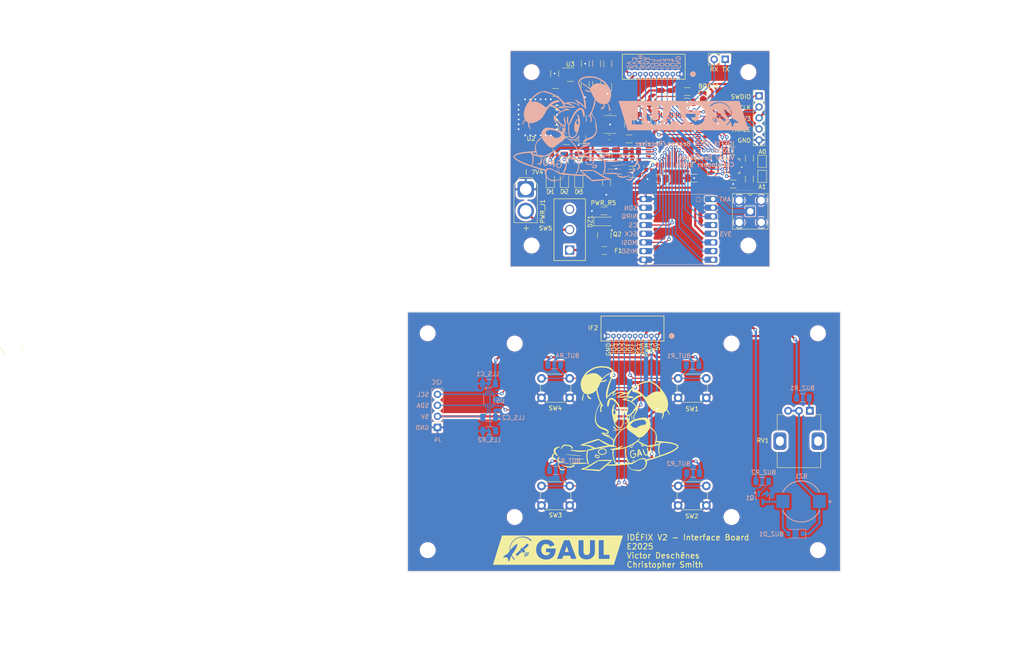
<source format=kicad_pcb>
(kicad_pcb (version 20240108) (generator "pcbnew") (generator_version "8.0")
  (title_block (company "GAUL"))
  (layers (0 "F.Cu" signal) (31 "B.Cu" signal) (34 "B.Paste" user) (35 "F.Paste" user) (36 "B.SilkS" user "B.Silkscreen") (37 "F.SilkS" user "F.Silkscreen") (38 "B.Mask" user) (39 "F.Mask" user) (44 "Edge.Cuts" user))
  (net 0 "")
  (net 1 "GND")
  (net 2 "PUSH_1")
  (net 3 "PUSH_2")
  (net 4 "PUSH_3")
  (net 5 "PUSH_4")
  (net 6 "+3.3V")
  (net 7 "Net-(BUZ_D1-K)")
  (net 8 "Net-(BUZ_D1-A)")
  (net 9 "BUZZER")
  (net 10 "Net-(Q1-B)")
  (net 11 "OSC_IN")
  (net 12 "Net-(CSTL_C2-Pad1)")
  (net 13 "Net-(D1-A)")
  (net 14 "Net-(D2-A)")
  (net 15 "Net-(D3-A)")
  (net 16 "+3.3VA")
  (net 17 "I2C_SDA")
  (net 18 "I2C_SCL")
  (net 19 "/Capteurs/ANT")
  (net 20 "SYS_SWCLK")
  (net 21 "SYS_TRACESWO")
  (net 22 "SYS_SWDIO")
  (net 23 "+5V")
  (net 24 "Net-(JP1-B)")
  (net 25 "LED1")
  (net 26 "LED2")
  (net 27 "LED3")
  (net 28 "Net-(MLX_A0-B)")
  (net 29 "Net-(MLX_A1-B)")
  (net 30 "VCC")
  (net 31 "Net-(U3-Noise)")
  (net 32 "Net-(PWR_D1-A)")
  (net 33 "Net-(PWR_D2-A)")
  (net 34 "PUSH_1_IB")
  (net 35 "SPI_SCK")
  (net 36 "SPI_MOSI")
  (net 37 "+3.3V_IB")
  (net 38 "SPI_MISO")
  (net 39 "RFM_NIRQ")
  (net 40 "SPI_RFM_CS")
  (net 41 "RFM_GPIO2")
  (net 42 "RFM_GPIO3")
  (net 43 "RFM_SDN")
  (net 44 "RFM_GPIO1")
  (net 45 "NRST")
  (net 46 "BOOT0")
  (net 47 "OSC_OUT")
  (net 49 "MLX_INT")
  (net 55 "PUSH_2_IB")
  (net 60 "PUSH_3_IB")
  (net 63 "MLX_INT{slash}TRIG")
  (net 71 "Net-(PWR_R2-Pad2)")
  (net 72 "Net-(PWR_R3-Pad2)")
  (net 73 "Net-(BUZ_R1-Pad1)")
  (net 74 "PUSH_4_IB")
  (net 75 "+5V_IB")
  (net 76 "BUZZER_IB")
  (net 77 "GND_IB")
  (net 78 "I2C_SCL_IB")
  (net 79 "I2C_SDA_IB")
  (net 80 "Net-(J4-SCL)")
  (net 81 "Net-(J4-SDA)")
  (net 82 "Net-(Q2-D)")
  (net 83 "RFM_GPIO4")
  (net 84 "RFM_GPIO5")
  (net 86 "UART4_TX")
  (net 87 "UART4_RX")
  (net 96 "Net-(DZ1-A)")
  (net 97 "Net-(SW5-A)")
  (net 98 "Net-(PWR_J1-Pin_2)")
  (footprint "Footprints:SW_PUSH_6mm_H4.3mm" (layer "F.Cu") (at 136.278737 136.097935)
    (property "Reference" "SW3")
    (property "Value" "SW_Push" (hide yes))
  )
  (footprint "Footprints:SOT-23-5" (layer "F.Cu") (at 142.919616 41.250816)
    (property "Reference" "U3")
    (property "Value" "NJM2882F05-TE1")
  )
  (footprint "Resistor_SMD:R_1206_3216Metric" (layer "F.Cu") (at 163.74412 46.356872 -90)
    (property "Reference" "I2C_R1" (hide yes))
    (property "Value" "10k" (hide yes))
  )
  (footprint "Resistor_SMD:R_1206_3216Metric" (layer "F.Cu") (at 138.284629 61.07878 -90)
    (property "Reference" "LED_R1" (hide yes))
    (property "Value" "145R")
  )
  (footprint "Capacitor_SMD:C_1206_3216Metric" (layer "F.Cu") (at 175.433341 63.950064 90)
    (property "Reference" "STM_C6" (hide yes))
    (property "Value" "10uF")
  )
  (footprint "Footprints:CONN10_530481010_MOL" (layer "F.Cu") (at 162.160292 39.888242 180)
    (property "Reference" "IF1" (hide yes))
    (property "Value" "~" (hide yes))
  )
  (footprint "Capacitor_SMD:C_1206_3216Metric" (layer "F.Cu") (at 146.344939 43.520488 -90)
    (property "Reference" "PWR_C5" (hide yes))
    (property "Value" "10nF")
  )
  (footprint "Resistor_SMD:R_1206_3216Metric" (layer "F.Cu") (at 150.713983 72.6655 180)
    (property "Reference" "PWR_R5")
    (property "Value" "100k")
  )
  (footprint "Capacitor_SMD:C_1206_3216Metric" (layer "F.Cu") (at 142.003497 56.447625)
    (property "Reference" "PWR_C1" (hide yes))
    (property "Value" "10uF")
  )
  (footprint "Capacitor_SMD:C_1206_3216Metric" (layer "F.Cu") (at 171.481038 65.113649 180)
    (property "Reference" "STM_C4" (hide yes))
    (property "Value" "100nF")
  )
  (footprint "Capacitor_SMD:C_1206_3216Metric" (layer "F.Cu") (at 157.171904 64.016524 180)
    (property "Reference" "STM_C9" (hide yes))
    (property "Value" "1uF")
  )
  (footprint "Resistor_SMD:R_1206_3216Metric" (layer "F.Cu") (at 151.566066 38.755703 -90)
    (property "Reference" "PWR_R3" (hide yes))
    (property "Value" "145R")
  )
  (footprint "Resistor_SMD:R_1206_3216Metric" (layer "F.Cu") (at 145.675703 51.300095 -90)
    (property "Reference" "PWR_R1" (hide yes))
    (property "Value" "145R")
  )
  (footprint "Capacitor_SMD:C_1206_3216Metric" (layer "F.Cu") (at 159.690175 47.83559)
    (property "Reference" "STM_C1" (hide yes))
    (property "Value" "100nF" (hide yes))
  )
  (footprint "Resistor_SMD:R_1206_3216Metric" (layer "F.Cu") (at 184.221047 60.579222 90)
    (property "Reference" "MLX_R1" (hide yes))
    (property "Value" "10k")
  )
  (footprint "Resistor_SMD:R_1206_3216Metric" (layer "F.Cu") (at 166.237389 46.375654 -90)
    (property "Reference" "I2C_R2" (hide yes))
    (property "Value" "10k" (hide yes))
  )
  (footprint "Diode_SMD:D_SOD-123" (layer "F.Cu") (at 150.719261 75.100243)
    (property "Reference" "DZ1")
    (property "Value" "SZMMSZ4679T1G")
  )
  (footprint "Capacitor_SMD:C_1206_3216Metric" (layer "F.Cu") (at 153.45506 60.067615 -90)
    (property "Reference" "S_C10" (hide yes))
    (property "Value" "100nF")
  )
  (footprint "Resistor_SMD:R_1206_3216Metric" (layer "F.Cu") (at 169.868242 45.161461 180)
    (property "Reference" "STM_R2" (hide yes))
    (property "Value" "1k5")
  )
  (footprint "Footprints:SMA_90deg" (layer "F.Cu") (at 184.407101 72.766383 -90)
    (property "Reference" "J1" (hide yes))
    (property "Value" "RF2-03E-T-00-50-G")
  )
  (footprint "Capacitor_SMD:C_1206_3216Metric" (layer "F.Cu") (at 163.428761 65.213121 180)
    (property "Reference" "STM_C3" (hide yes))
    (property "Value" "100nF")
  )
  (footprint "Footprints:LTST-C170GKT" (layer "F.Cu") (at 141.553038 65.441561 90)
    (property "Reference" "D2")
    (property "Value" "LTST-C170GKT")
  )
  (footprint "Resistor_SMD:R_1206_3216Metric" (layer "F.Cu") (at 141.531723 61.029411 -90)
    (property "Reference" "LED_R2" (hide yes))
    (property "Value" "145R")
  )
  (footprint "Resistor_SMD:R_1206_3216Metric" (layer "F.Cu") (at 150.969189 60.067615 90)
    (property "Reference" "S_R1" (hide yes))
    (property "Value" "10k")
  )
  (footprint "Footprints:LTST-C190EKT" (layer "F.Cu") (at 145.679376 55.656926 90)
    (property "Reference" "PWR_D1" (hide yes))
    (property "Value" "LTST-C190EKT" (hide yes))
  )
  (footprint "Capacitor_SMD:C_1206_3216Metric" (layer "F.Cu") (at 157.158957 58.91531 180)
    (property "Reference" "S_C7" (hide yes))
    (property "Value" "10nF")
  )
  (footprint "Footprints:LTST-C170GKT" (layer "F.Cu") (at 138.291884 65.462876 90)
    (property "Reference" "D1")
    (property "Value" "LTST-C170GKT")
  )
  (footprint "Footprints:SW_PUSH_6mm_H4.3mm" (layer "F.Cu") (at 167.785227 136.097935)
    (property "Reference" "SW2")
    (property "Value" "SW_Push" (hide yes))
  )
  (footprint "Resistor_SMD:R_1206_3216Metric" (layer "F.Cu") (at 169.868242 47.600363)
    (property "Reference" "STM_R3" (hide yes))
    (property "Value" "10k")
  )
  (footprint "Footprints:LTST-C170GKT" (layer "F.Cu") (at 144.867479 65.452218 90)
    (property "Reference" "D3")
    (property "Value" "LTST-C170GKT" (hide yes))
  )
  (footprint "Footprints:logo" (layer "F.Cu") (at 140.063838 150.889678)
    (property "Reference" "G***" (hide yes))
    (property "Value" "LOGO" (hide yes))
  )
  (footprint "Resistor_SMD:R_1206_3216Metric" (layer "F.Cu") (at 184.214499 65.344802 -90)
    (property "Reference" "MLX_R2" (hide yes))
    (property "Value" "10k")
  )
  (footprint "Footprints:Crystal" (layer "F.Cu") (at 152.092772 52.740223 180)
    (property "Reference" "Y1" (hide yes))
    (property "Value" "406C35D08M00000" (hide yes))
  )
  (footprint "Footprints:SW_PUSH_6mm_H4.3mm" (layer "F.Cu") (at 167.785227 111.286784)
    (property "Reference" "SW1")
    (property "Value" "SW_Push" (hide yes))
  )
  (footprint "Jumper:SolderJumper-2_P1.3mm_Open_TrianglePad1.0x1.5mm" (layer "F.Cu") (at 173.540612 46.278928 90)
    (property "Reference" "JP1" (hide yes))
    (property "Value" "SolderJumper_2_Open" (hide yes))
  )
  (footprint "Footprints:CS12ANW03_NKK" (layer "F.Cu") (at 142.76932 81.68881 180)
    (property "Reference" "SW5")
    (property "Value" "SW_SPDT" (hide yes))
  )
  (footprint "Capacitor_SMD:C_0603_1608Metric_Pad1.08x0.95mm_HandSolder" (layer "F.Cu") (at 152.077249 49.759663 180)
    (property "Reference" "CSTL_C1" (hide yes))
    (property "Value" "16pF")
  )
  (footprint "Capacitor_SMD:C_1206_3216Metric" (layer "F.Cu") (at 158.539307 51.873679 90)
    (property "Reference" "S_C2" (hide yes))
    (property "Value" "100nF" (hide yes))
  )
  (footprint "Footprints:CONN10_530481010_MOL" (layer "F.Cu") (at 157.256478 100.266772 180)
    (property "Reference" "IF2")
    (property "Value" "~")
  )
  (footprint "Footprints:LTST-C190EKT" (layer "F.Cu") (at 151.64407 43.515668 90)
    (property "Reference" "PWR_D2" (hide yes))
    (property "Value" "LTST-C190EKT" (hide yes))
  )
  (footprint "Capacitor_SMD:C_1206_3216Metric" (layer "F.Cu") (at 175.250467 51.006893 -90)
    (property "Reference" "STM_C5" (hide yes))
    (property "Value" "100nF" (hide yes))
  )
  (footprint "Jumper:SolderJumper-2_P1.3mm_Open_TrianglePad1.0x1.5mm" (layer "F.Cu") (at 187.159112 64.709584 90)
    (property "Reference" "MLX_A1" (hide yes))
    (property "Value" "jumper" (hide yes))
  )
  (footprint "Capacitor_SMD:C_1206_3216Metric" (layer "F.Cu") (at 180.486033 66.467121)
    (property "Reference" "MLX_C1" (hide yes))
    (property "Value" "100nF")
  )
  (footprint "Footprints:LQFP64-10x10mm" (layer "F.Cu") (at 166.662754 56.300969)
    (property "Reference" "U1" (hide yes))
    (property "Value" "STM32F103RET6" (hide yes))
  )
  (footprint "Capacitor_SMD:C_1206_3216Metric" (layer "F.Cu") (at 180.208557 58.810341)
    (property "Reference" "MLX_C2" (hide yes))
    (property "Value" "100nF")
  )
  (footprint "Jumper:SolderJumper-2_P1.3mm_Open_TrianglePad1.0x1.5mm" (layer "F.Cu") (at 187.142998 61.245372 -90)
    (property "Reference" "MLX_A0" (hide yes))
    (property "Value" "jumper" (hide yes))
  )
  (footprint "Resistor_SMD:R_1206_3216Metric" (layer "F.Cu") (at 148.971062 38.736264 90)
    (property "Reference" "PWR_R2" (hide yes))
    (property "Value" "145R")
  )
  (footprint "Footprints:SOT-23" (layer "F.Cu") (at 150.755124 78.301731 -90)
    (property "Reference" "Q2")
    (property "Value" "NTR4101PT1G")
  )
  (footprint "Footprints:SW_PUSH_6mm_H4.3mm" (layer "F.Cu") (at 136.278737 111.286784)
    (property "Reference" "SW4")
    (property "Value" "SW_Push" (hide yes))
  )
  (footprint "Footprints:Ferrite_0603" (layer "F.Cu") (at 160.420676 62.398118 90)
    (property "Reference" "FB1" (hide yes))
    (property "Value" "ILBB0603ER121V" (hide yes))
  )
  (footprint "Footprints:QFN-16_MLX90393_MEL-L" (layer "F.Cu") (at 180.321475 62.329187)
    (property "Reference" "U4" (hide yes))
    (property "Value" "MLX90393SLW-ABA-011-RE")
  )
  (footprint "LOGO" (layer "F.Cu") (at 153.425119 120.122923)
    (property "Reference" "G***" (hide yes))
    (property "Value" "LOGO" (hide yes))
  )
  (footprint "Footprints:Potentiometer_Alps_RK09K_Single_Vertical" (layer "F.Cu") (at 198.149327 118.7569 -90)
    (property "Reference" "RV1")
    (property "Value" "RK09K1130A5R")
  )
  (footprint "Footprints:Mounting_holes" (layer "F.Cu") (at 158.981026 60.653079)
    (property "Reference" "HOLES1" (hide yes))
    (property "Value" "Mounting_holes" (hide yes))
  )
  (footprint "Footprints:Mounting_holes_big" (layer "F.Cu") (at 155.025189 125.893649)
    (property "Reference" "HOLES3" (hide yes))
    (property "Value" "Mounting_holes_big" (hide yes))
  )
  (footprint "Capacitor_SMD:C_1206_3216Metric" (layer "F.Cu") (at 139.302867 41.005518 90)
    (property "Reference" "PWR_C4" (hide yes))
    (property "Value" "100nF")
  )
  (footprint "Capacitor_SMD:C_0603_1608Metric_Pad1.08x0.95mm_HandSolder" (layer "F.Cu") (at 151.968582 55.70526)
    (property "Reference" "CSTL_C2" (hide yes))
    (property "Value" "16pF")
  )
  (footprint "Connector_PinHeader_2.54mm:PinHeader_1x02_P2.54mm_Vertical" (layer "F.Cu") (at 178.6358 37.701586 -90)
    (property "Reference" "J3" (hide yes))
    (property "Value" "Conn_01x02_Socket")
  )
  (footprint "Footprints:Polyfuse" (layer "F.Cu") (at 150.761278 81.799118)
    (property "Reference" "F1")
    (property "Value" "Polyfuse")
  )
  (footprint "Footprints:DPAK-3_ONS-M" (layer "F.Cu") (at 135.512505 51.056988 90)
    (property "Reference" "U2")
    (property "Value" "NCV5501DT33RKG")
  )
  (footprint "Capacitor_SMD:C_1206_3216Metric" (layer "F.Cu") (at 146.37094 38.743334 90)
    (property "Reference" "PWR_C3" (hide yes))
    (property "Value" "1uF")
  )
  (footprint "Resistor_SMD:R_1206_3216Metric" (layer "F.Cu") (at 144.794647 60.984806 -90)
    (property "Reference" "LED_R3" (hide yes))
    (property "Value" "145R")
  )
  (footprint "Capacitor_SMD:C_1206_3216Metric" (layer "F.Cu") (at 151.28485 66.148227 -90)
    (property "Reference" "MLX_C3" (hide yes))
    (property "Value" "1uF")
  )
  (footprint "Footprints:Mounting_holes" (layer "F.Cu") (at 155.093609 123.260373)
    (property "Reference" "HOLES2" (hide yes))
    (property "Value" "Mounting_holes" (hide yes))
  )
  (footprint "Connector_PinHeader_2.54mm:PinHeader_1x05_P2.54mm_Vertical" (layer "F.Cu") (at 186.442052 46.15022)
    (property "Reference" "J2" (hide yes))
    (property "Value" "Conn_01x05_Socket" (hide yes))
  )
  (footprint "Capacitor_SMD:C_1206_3216Metric" (layer "F.Cu") (at 139.517511 45.343722 180)
    (property "Reference" "PWR_C2" (hide yes))
    (property "Value" "4.7uF")
  )
  (footprint "Capacitor_SMD:C_1206_3216Metric" (layer "F.Cu") (at 157.171904 61.465917 180)
    (property "Reference" "STM_C8" (hide yes))
    (property "Value" "1uF")
  )
  (footprint "Resistor_SMD:R_1206_3216Metric" (layer "F.Cu") (at 156.484791 56.05474)
    (property "Reference" "S_R4" (hide yes))
    (property "Value" "10R")
  )
  (footprint "Connector_AMASS:AMASS_XT30U-M_1x02_P5.0mm_Vertical" (layer "F.Cu") (at 132.632089 67.679513 -90)
    (property "Reference" "PWR_J1")
    (property "Value" "XT30")
  )
  (footprint "Resistor_SMD:R_1206_3216Metric" (layer "F.Cu") (at 148.991946 43.519703 -90)
    (property "Reference" "PWR_R4" (hide yes))
    (property "Value" "145R")
  )
  (footprint "Footprints:logo" (layer "B.Cu") (at 169.028479 50.68541 180)
    (property "Reference" "G***" (hide yes))
    (property "Value" "LOGO" (hide yes))
  )
  (footprint "Resistor_SMD:R_1206_3216Metric" (layer "B.Cu") (at 187.170725 135.033682)
    (property "Reference" "BUZ_R2")
    (property "Value" "1k5")
  )
  (footprint "Resistor_SMD:R_1206_3216Metric" (layer "B.Cu") (at 124.221495 123.348631 180)
    (property "Reference" "LLS_R2")
    (property "Value" "10k")
  )
  (footprint "Resistor_SMD:R_1206_3216Metric" (layer "B.Cu") (at 196.562681 115.768131 180)
    (property "Reference" "BUZ_R1")
    (property "Value" "50R")
  )
  (footprint "Resistor_SMD:R_1206_3216Metric" (layer "B.Cu") (at 171.234348 133.161473 180)
    (property "Reference" "BUT_R2")
    (property "Value" "10k")
  )
  (footprint "Diode_SMD:D_SOD-123" (layer "B.Cu") (at 194.856727 147.109757 180)
    (property "Reference" "BUZ_D1")
    (property "Value" "BAT54T1G")
  )
  (footprint "Resistor_SMD:R_1206_3216Metric" (layer "B.Cu") (at 171.108196 108.257561 180)
    (property "Reference" "BUT_R1")
    (property "Value" "10k")
  )
  (footprint "Resistor_SMD:R_1206_3216Metric" (layer "B.Cu") (at 139.213972 108.198196)
    (property "Reference" "BUT_R4")
    (property "Value" "10k")
  )
  (footprint "Footprints:RFM22b-S2_TH" (layer "B.Cu") (at 168.741678 77.559188 180)
    (property "Reference" "RF1" (hide yes))
    (property "Value" "RFM22B" (hide yes))
  )
  (footprint "LOGO" (layer "B.Cu") (at 144.233634 53.274849 180)
    (property "Reference" "G***" (hide yes))
    (property "Value" "LOGO" (hide yes))
  )
  (footprint "Footprints:SOT-23" (layer "B.Cu") (at 187.304033 138.819133 -90)
    (property "Reference" "Q1")
    (property "Value" "MMBT3904" (hide yes))
  )
  (footprint "Capacitor_SMD:C_1206_3216Metric" (layer "B.Cu") (at 124.193573 120.333154 180)
    (property "Reference" "LLS_C2")
    (property "Value" "100nF")
  )
  (footprint "Capacitor_SMD:C_1206_3216Metric" (layer "B.Cu") (at 124.166443 112.479144)
    (property "Reference" "LLS_C1")
    (property "Value" "100nF")
  )
  (footprint "Connector_PinHeader_2.54mm:PinHeader_1x04_P2.54mm_Vertical" (layer "B.Cu") (at 112.278989 122.583887)
    (property "Reference" "J4")
    (property "Value" "Conn_01x04" (hide yes))
  )
  (footprint "Footprints:SOP50P310X90-8N" (layer "B.Cu") (at 124.145487 116.188423 -90)
    (property "Reference" "U5")
    (property "Value" "TXS0102DCUR")
  )
  (footprint "Footprints:Buzzer_D14mm_H7mm_P10mm" (layer "B.Cu") (at 196.150846 139.669746 180)
    (property "Reference" "BZ1")
    (property "Value" "SMTB-0927-TW-R" (hide yes))
  )
  (footprint "Resistor_SMD:R_1206_3216Metric" (layer "B.Cu") (at 139.570166 132.508451)
    (property "Reference" "BUT_R3")
    (property "Value" "10k")
  )
  (gr_line (start 16.516072 103.799707) (end 16.516072 104.241728) (stroke (width 0.15)) (layer "F.SilkS"))
  (gr_line (start 11.471836 104.137723) (end 12.459883 105.489786) (stroke (width 0.15)) (layer "F.SilkS"))
  (gr_rect (start 128.988972 35.636146) (end 188.988972 85.636146) (stroke (width 0.1)) (fill none) (layer "Edge.Cuts"))
  (gr_rect (start 105.293666 95.890384) (end 205.293666 155.890384) (stroke (width 0.1)) (fill none) (layer "Edge.Cuts"))
  (gr_text "I2C" (at 113.431491 112.775867 -0) (layer "B.SilkS") (effects (font (size 1 1) (thickness 0.153)) (justify left bottom mirror)))
  (gr_text "ANT" (at 180.02088 70.58626 -0) (layer "B.SilkS") (effects (font (size 1 1) (thickness 0.153)) (justify left bottom mirror)))
  (gr_text "SCL" (at 110.389625 115.590681 -0) (layer "B.SilkS") (effects (font (size 1 1) (thickness 0.153)) (justify left bottom mirror)))
  (gr_text "SDA" (at 159.666839 40.041916 -90) (layer "B.SilkS") (effects (font (size 1 1) (thickness 0.153)) (justify left bottom mirror)))
  (gr_text "IO2" (at 163.427753 40.041916 -90) (layer "B.SilkS") (effects (font (size 1 1) (thickness 0.153)) (justify left bottom mirror)))
  (gr_text "5V" (at 110.389625 120.693783 -0) (layer "B.SilkS") (effects (font (size 1 1) (thickness 0.153)) (justify left bottom mirror)))
  (gr_text "PWM" (at 158.413201 40.041916 -90) (layer "B.SilkS") (effects (font (size 1 1) (thickness 0.153)) (justify left bottom mirror)))
  (gr_text "SDN" (at 158.423728 72.608495 -0) (layer "B.SilkS") (effects (font (size 1 1) (thickness 0.153)) (justify left bottom mirror)))
  (gr_text "MOSI" (at 158.399749 80.569547 -0) (layer "B.SilkS") (effects (font (size 1 1) (thickness 0.153)) (justify left bottom mirror)))
  (gr_text "IO1" (at 162.174115 40.041916 -90) (layer "B.SilkS") (effects (font (size 1 1) (thickness 0.153)) (justify left bottom mirror)))
  (gr_text "3V3" (at 157.159563 40.041916 -90) (layer "B.SilkS") (effects (font (size 1 1) (thickness 0.153)) (justify left bottom mirror)))
  (gr_text "SCL" (at 160.920477 40.041916 -90) (layer "B.SilkS") (effects (font (size 1 1) (thickness 0.153)) (justify left bottom mirror)))
  (gr_text "IO4" (at 165.935029 40.041916 -90) (layer "B.SilkS") (effects (font (size 1 1) (thickness 0.153)) (justify left bottom mirror)))
  (gr_text "GND" (at 167.188667 40.041916 -90) (layer "B.SilkS") (effects (font (size 1 1) (thickness 0.153)) (justify left bottom mirror)))
  (gr_text "MISO" (at 158.399749 82.55981 -0) (layer "B.SilkS") (effects (font (size 1 1) (thickness 0.153)) (justify left bottom mirror)))
  (gr_text "SCK" (at 158.399749 78.579284 -0) (layer "B.SilkS") (effects (font (size 1 1) (thickness 0.153)) (justify left bottom mirror)))
  (gr_text "SDA" (at 110.389625 118.142232 -0) (layer "B.SilkS") (effects (font (size 1 1) (thickness 0.153)) (justify left bottom mirror)))
  (gr_text "GND" (at 110.389625 123.245335 -0) (layer "B.SilkS") (effects (font (size 1 1) (thickness 0.153)) (justify left bottom mirror)))
  (gr_text "3V3" (at 180.244685 78.603264 -0) (layer "B.SilkS") (effects (font (size 1 1) (thickness 0.153)) (justify left bottom mirror)))
  (gr_text "CS" (at 158.399749 76.541063 -0) (layer "B.SilkS") (effects (font (size 1 1) (thickness 0.153)) (justify left bottom mirror)))
  (gr_text "5V" (at 155.905925 40.041916 -90) (layer "B.SilkS") (effects (font (size 1 1) (thickness 0.153)) (justify left bottom mirror)))
  (gr_text "IDÉFIX V2 - Beacon/Receiver\nE2025\nVictor Deschênes\nChristopher Smith" (at 180.854505 62.588731 0) (layer "B.SilkS") (effects (font (size 1 1) (thickness 0.2) (bold yes)) (justify left bottom mirror)))
  (gr_text "IO3" (at 164.681391 40.041916 -90) (layer "B.SilkS") (effects (font (size 1 1) (thickness 0.153)) (justify left bottom mirror)))
  (gr_text "NIRQ" (at 158.399749 74.502841 -0) (layer "B.SilkS") (effects (font (size 1 1) (thickness 0.153)) (justify left bottom mirror)))
  (gr_text "GND" (at 152.308906 106.25151 90) (layer "F.SilkS") (effects (font (size 1 1) (thickness 0.153)) (justify left bottom)))
  (gr_text "3V3" (at 162.33801 105.965796 90) (layer "F.SilkS") (effects (font (size 1 1) (thickness 0.153)) (justify left bottom)))
  (gr_text "SWCLK" (at 179.556434 49.453852 0) (layer "F.SilkS") (effects (font (size 1 1) (thickness 0.153)) (justify left bottom)))
  (gr_text "SDA" (at 159.830734 106.013415 90) (layer "F.SilkS") (effects (font (size 1 1) (thickness 0.153)) (justify left bottom)))
  (gr_text "SWDIO\n" (at 179.842149 46.934718 0) (layer "F.SilkS") (effects (font (size 1 1) (thickness 0.153)) (justify left bottom)))
  (gr_text "TRACE" (at 179.937386 54.49212 0) (layer "F.SilkS") (effects (font (size 1 1) (thickness 0.153)) (justify left bottom)))
  (gr_text "IDÉFIX V2 - Interface Board\nE2025\nVictor Deschênes\nChristopher Smith" (at 155.807929 155.013778 0) (layer "F.SilkS") (effects (font (size 1.3 1.3) (thickness 0.2)) (justify left bottom)))
  (gr_text "IO3" (at 154.816182 105.680081 90) (layer "F.SilkS") (effects (font (size 1 1) (thickness 0.153)) (justify left bottom)))
  (gr_text "3V3" (at 181.699291 51.972986 0) (layer "F.SilkS") (effects (font (size 1 1) (thickness 0.153)) (justify left bottom)))
  (gr_text "SCL" (at 158.577096 105.965796 90) (layer "F.SilkS") (effects (font (size 1 1) (thickness 0.153)) (justify left bottom)))
  (gr_text "PWM" (at 161.084372 106.489605 90) (layer "F.SilkS") (effects (font (size 1 1) (thickness 0.153)) (justify left bottom)))
  (gr_text "TX" (at 177.8062 40.621252 0) (layer "F.SilkS") (effects (font (size 1 1) (thickness 0.153)) (justify left bottom)))
  (gr_text "RX" (at 174.989259 40.602089 0) (layer "F.SilkS") (effects (font (size 1 1) (thickness 0.153)) (justify left bottom)))
  (gr_text "IO2" (at 156.06982 105.680081 90) (layer "F.SilkS") (effects (font (size 1 1) (thickness 0.153)) (justify left bottom)))
  (gr_text "GND" (at 181.413577 57.011257 0) (layer "F.SilkS") (effects (font (size 1 1) (thickness 0.153)) (justify left bottom)))
  (gr_text "5V" (at 163.591648 105.013415 90) (layer "F.SilkS") (effects (font (size 1 1) (thickness 0.153)) (justify left bottom)))
  (gr_text "A0" (at 186.19766 59.601876 0) (layer "F.SilkS") (effects (font (size 1 1) (thickness 0.153)) (justify left bottom)))
  (gr_text "7V4" (at 133.815201 64.330345 0) (layer "F.SilkS") (effects (font (size 1 1) (thickness 0.153)) (justify left bottom)))
  (gr_text "IO1" (at 157.323458 105.680081 90) (layer "F.SilkS") (effects (font (size 1 1) (thickness 0.153)) (justify left bottom)))
  (gr_text "BOOT0" (at 172.342976 44.49389 0) (layer "F.SilkS") (effects (font (size 1 1) (thickness 0.153)) (justify left bottom)))
  (gr_text "A1" (at 186.186918 67.673049 0) (layer "F.SilkS") (effects (font (size 1 1) (thickness 0.153)) (justify left bottom)))
  (gr_text "IO4" (at 153.562544 105.680081 90) (layer "F.SilkS") (effects (font (size 1 1) (thickness 0.153)) (justify left bottom)))
  (segment (start 161.874755 58.050968) (end 162.99715 56.928573) (width 0.25) (layer "F.Cu") (net 1))
  (segment (start 169.912755 62.050968) (end 169.912755 65.020366) (width 0.25) (layer "F.Cu") (net 1))
  (segment (start 181.071476 60.932187) (end 181.071476 59.422422) (width 0.25) (layer "F.Cu") (net 1))
  (segment (start 163.385154 49.63407) (end 163.412753 49.661669) (width 0.25) (layer "F.Cu") (net 1))
  (segment (start 181.071476 60.932187) (end 181.042875 60.960788) (width 0.25) (layer "F.Cu") (net 1))
  (segment (start 161.165175 47.83559) (end 162.963655 49.63407) (width 0.25) (layer "F.Cu") (net 1))
  (segment (start 181.071476 59.422422) (end 181.683557 58.810341) (width 0.25) (layer "F.Cu") (net 1))
  (segment (start 174.902648 52.481893) (end 174.333573 53.050968) (width 0.25) (layer "F.Cu") (net 1))
  (segment (start 160.912755 58.050968) (end 161.874755 58.050968) (width 0.25) (layer "F.Cu") (net 1))
  (segment (start 163.412753 50.55097) (end 163.412753 51.440271) (width 0.25) (layer "F.Cu") (net 1))
  (segment (start 161.953761 65.213121) (end 163.412753 63.754129) (width 0.25) (layer "F.Cu") (net 1))
  (segment (start 162.963655 49.63407) (end 163.385154 49.63407) (width 0.25) (layer "F.Cu") (net 1))
  (segment (start 181.042875 60.960788) (end 181.042875 61.607787) (width 0.25) (layer "F.Cu") (net 1))
  (segment (start 163.412753 51.440271) (end 163.148209 51.704815) (width 0.25) (layer "F.Cu") (net 1))
  (segment (start 163.412753 49.661669) (end 163.412753 50.55097) (width 0.25) (layer "F.Cu") (net 1))
  (segment (start 175.140476 52.719721) (end 174.902648 52.481893) (width 0.25) (layer "F.Cu") (net 1))
  (segment (start 169.912755 65.020366) (end 170.006038 65.113649) (width 0.25) (layer "F.Cu") (net 1))
  (segment (start 163.148209 51.704815) (end 162.120555 51.704815) (width 0.25) (layer "F.Cu") (net 1))
  (segment (start 163.412753 63.754129) (end 163.412753 62.050968) (width 0.25) (layer "F.Cu") (net 1))
  (segment (start 174.333573 53.050968) (end 172.412753 53.050968) (width 0.25) (layer "F.Cu") (net 1))
  (segment (start 181.042875 61.607787) (end 180.321475 62.329187) (width 0.25) (layer "F.Cu") (net 1))
  (via (at 163.045522 56.818636) (size 0.8) (drill 0.4) (layers "F.Cu" "B.Cu") (net 1))
  (via (at 136.074556 55.250649) (size 0.8) (drill 0.4) (layers "F.Cu" "B.Cu") (net 1))
  (via (at 133.671169 46.93968) (size 0.8) (drill 0.4) (layers "F.Cu" "B.Cu") (net 1))
  (via (at 134.88903 55.250649) (size 0.8) (drill 0.4) (layers "F.Cu" "B.Cu") (net 1))
  (via (at 138.445612 55.250649) (size 0.8) (drill 0.4) (layers "F.Cu" "B.Cu") (net 1))
  (via (at 139.823602 52.776618) (size 0.8) (drill 0.4) (layers "F.Cu" "B.Cu") (net 1))
  (via (at 139.823602 49.415742) (size 0.8) (drill 0.4) (layers "F.Cu" "B.Cu") (net 1))
  (via (at 136.042221 46.93968) (size 0.8) (drill 0.4) (layers "F.Cu" "B.Cu") (net 1))
  (via (at 157.194843 61.290397) (size 0.8) (drill 0.4) (layers "F.Cu" "B.Cu") (net 1))
  (via (at 130.983317 53.815712) (size 0.8) (drill 0.4) (layers "F.Cu" "B.Cu") (net 1))
  (via (at 169.868242 47.600363) (size 0.8) (drill 0.4) (layers "F.Cu" "B.Cu") (net 1))
  (via (at 152.092772 52.740223) (size 0.8) (drill 0.4) (layers "F.Cu" "B.Cu") (net 1))
  (via (at 138.413277 46.93968) (size 0.8) (drill 0.4) (layers "F.Cu" "B.Cu") (net 1))
  (via (at 180.486033 66.467121) (size 0.8) (drill 0.4) (layers "F.Cu" "B.Cu") (net 1))
  (via (at 180.208557 58.810341) (size 0.8) (drill 0.4) (layers "F.Cu" "B.Cu") (net 1))
  (via (at 157.183865 63.93884) (size 0.8) (drill 0.4) (layers "F.Cu" "B.Cu") (net 1))
  (via (at 137.227747 46.93968) (size 0.8) (drill 0.4) (layers "F.Cu" "B.Cu") (net 1))
  (via (at 133.703504 55.250649) (size 0.8) (drill 0.4) (layers "F.Cu" "B.Cu") (net 1))
  (via (at 151.222182 68.933843) (size 0.8) (drill 0.4) (layers "F.Cu" "B.Cu") (net 1))
  (via (at 151.472714 45.638802) (size 0.8) (drill 0.4) (layers "F.Cu" "B.Cu") (net 1))
  (via (at 130.983317 50.454835) (size 0.8) (drill 0.4) (layers "F.Cu" "B.Cu") (net 1))
  (via (at 171.481038 65.113649) (size 0.8) (drill 0.4) (layers "F.Cu" "B.Cu") (net 1))
  (via (at 132.517978 55.250649) (size 0.8) (drill 0.4) (layers "F.Cu" "B.Cu") (net 1))
  (via (at 146.370042 38.720654) (size 0.8) (drill 0.4) (layers "F.Cu" "B.Cu") (net 1))
  (via (at 147.902767 72.689087) (size 0.8) (drill 0.4) (layers "F.Cu" "B.Cu") (net 1))
  (via (at 138.299116 68.224065) (size 0.8) (drill 0.4) (layers "F.Cu" "B.Cu") (net 1))
  (via (at 153.468007 62.928955) (size 0.8) (drill 0.4) (layers "F.Cu" "B.Cu") (net 1))
  (via (at 139.823602 48.29545) (size 0.8) (drill 0.4) (layers "F.Cu" "B.Cu") (net 1))
  (via (at 144.93083 68.24304) (size 0.8) (drill 0.4) (layers "F.Cu" "B.Cu") (net 1))
  (via (at 139.823602 51.656326) (size 0.8) (drill 0.4) (layers "F.Cu" "B.Cu") (net 1))
  (via (at 130.983317 48.214251) (size 0.8) (drill 0.4) (layers "F.Cu" "B.Cu") (net 1))
  (via (at 139.291354 40.981943) (size 0.8) (drill 0.4) (layers "F.Cu" "B.Cu") (net 1))
  (via (at 160.726808 65.345815) (size 0.8) (drill 0.4) (layers "F.Cu" "B.Cu") (net 1))
  (via (at 146.348557 46.433744) (size 0.8) (drill 0.4) (layers "F.Cu" "B.Cu") (net 1))
  (via (at 144.823503 57.492595) (size 0.8) (drill 0.4) (layers "F.Cu" "B.Cu") (net 1))
  (via (at 175.456044 61.119165) (size 0.8) (drill 0.4) (layers "F.Cu" "B.Cu") (net 1))
  (via (at 130.983317 52.695419) (size 0.8) (drill 0.4) (layers "F.Cu" "B.Cu") (net 1))
  (via (at 132.485643 46.93968) (size 0.8) (drill 0.4) (layers "F.Cu" "B.Cu") (net 1))
  (via (at 137.260082 55.250649) (size 0.8) (drill 0.4) (layers "F.Cu" "B.Cu") (net 1))
  (via (at 158.539307 51.873679) (size 0.8) (drill 0.4) (layers "F.Cu" "B.Cu") (net 1))
  (via (at 139.823602 53.896911) (size 0.8) (drill 0.4) (layers "F.Cu" "B.Cu") (net 1))
  (via (at 141.591255 68.262015) (size 0.8) (drill 0.4) (layers "F.Cu" "B.Cu") (net 1))
  (via (at 139.823602 50.536034) (size 0.8) (drill 0.4) (layers "F.Cu" "B.Cu") (net 1))
  (via (at 130.983317 49.334543) (size 0.8) (drill 0.4) (layers "F.Cu" "B.Cu") (net 1))
  (via (at 176.993007 52.553795) (size 0.8) (drill 0.4) (layers "F.Cu" "B.Cu") (net 1))
  (via (at 130.983317 51.575127) (size 0.8) (drill 0.4) (layers "F.Cu" "B.Cu") (net 1))
  (via (at 134.856695 46.93968) (size 0.8) (drill 0.4) (layers "F.Cu" "B.Cu") (net 1))
  (segment (start 173.714955 58.463872) (end 173.302051 58.050968) (width 0.25) (layer "F.Cu") (net 2))
  (segment (start 173.714955 58.764359) (end 173.714955 58.463872) (width 0.25) (layer "F.Cu") (net 2))
  (segment (start 173.302051 58.050968) (end 172.412753 58.050968) (width 0.25) (layer "F.Cu") (net 2))
  (via (at 173.714955 58.764359) (size 0.8) (drill 0.4) (layers "F.Cu" "B.Cu") (net 2))
  (segment (start 162.785292 41.124242) (end 162.805003 41.143953) (width 0.25) (layer "B.Cu") (net 2))
  (segment (start 162.805003 41.143953) (end 162.805003 47.854407) (width 0.25) (layer "B.Cu") (net 2))
  (segment (start 162.805003 47.854407) (end 173.714955 58.764359) (width 0.25) (layer "B.Cu") (net 2))
  (segment (start 174.434955 58.47175) (end 174.434955 58.466125) (width 0.25) (layer "F.Cu") (net 3))
  (segment (start 174.709799 58.746594) (end 174.434955 58.47175) (width 0.25) (layer "F.Cu") (net 3))
  (segment (start 174.434955 58.466125) (end 173.519799 57.550969) (width 0.25) (layer "F.Cu") (net 3))
  (segment (start 173.519799 57.550969) (end 172.412753 57.550969) (width 0.25) (layer "F.Cu") (net 3))
  (via (at 174.709799 58.746594) (size 0.8) (drill 0.4) (layers "F.Cu" "B.Cu") (net 3))
  (segment (start 174.709799 58.740969) (end 174.709799 58.746594) (width 0.25) (layer "B.Cu") (net 3))
  (segment (start 164.035292 41.124242) (end 164.035292 48.081399) (width 0.25) (layer "B.Cu") (net 3))
  (segment (start 164.035292 48.081399) (end 173.998252 58.044359) (width 0.25) (layer "B.Cu") (net 3))
  (segment (start 174.013189 58.044359) (end 174.709799 58.740969) (width 0.25) (layer "B.Cu") (net 3))
  (segment (start 173.998252 58.044359) (end 174.013189 58.044359) (width 0.25) (layer "B.Cu") (net 3))
  (segment (start 175.429799 58.533022) (end 175.429799 58.44836) (width 0.25) (layer "F.Cu") (net 4))
  (segment (start 175.703012 58.806235) (end 175.429799 58.533022) (width 0.25) (layer "F.Cu") (net 4))
  (segment (start 174.032409 57.05097) (end 172.412753 57.05097) (width 0.25) (layer "F.Cu") (net 4))
  (segment (start 175.429799 58.44836) (end 174.032409 57.05097) (width 0.25) (layer "F.Cu") (net 4))
  (via (at 175.703012 58.806235) (size 0.8) (drill 0.4) (layers "F.Cu" "B.Cu") (net 4))
  (segment (start 175.703012 58.721573) (end 175.703012 58.806235) (width 0.25) (layer "B.Cu") (net 4))
  (segment (start 165.285292 41.124242) (end 165.285292 48.322767) (width 0.25) (layer "B.Cu") (net 4))
  (segment (start 174.989119 58.026594) (end 175.008033 58.026594) (width 0.25) (layer "B.Cu") (net 4))
  (segment (start 175.008033 58.026594) (end 175.703012 58.721573) (width 0.25) (layer "B.Cu") (net 4))
  (segment (start 165.285292 48.322767) (end 174.989119 58.026594) (width 0.25) (layer "B.Cu") (net 4))
  (segment (start 174.46598 56.550969) (end 172.412753 56.550969) (width 0.25) (layer "F.Cu") (net 5))
  (segment (start 176.423012 58.569617) (end 176.423012 58.508001) (width 0.25) (layer "F.Cu") (net 5))
  (segment (start 176.697301 58.843906) (end 176.423012 58.569617) (width 0.25) (layer "F.Cu") (net 5))
  (segment (start 176.423012 58.508001) (end 174.46598 56.550969) (width 0.25) (layer "F.Cu") (net 5))
  (via (at 176.697301 58.843906) (size 0.8) (drill 0.4) (layers "F.Cu" "B.Cu") (net 5))
  (segment (start 176.001246 58.086235) (end 176.697301 58.78229) (width 0.25) (layer "B.Cu") (net 5))
  (segment (start 166.535292 41.124242) (end 166.535292 48.708225) (width 0.25) (layer "B.Cu") (net 5))
  (segment (start 176.697301 58.78229) (end 176.697301 58.843906) (width 0.25) (layer "B.Cu") (net 5))
  (segment (start 175.913302 58.086235) (end 176.001246 58.086235) (width 0.25) (layer "B.Cu") (net 5))
  (segment (start 166.535292 48.708225) (end 175.913302 58.086235) (width 0.25) (layer "B.Cu") (net 5))
  (segment (start 179.011033 66.467121) (end 176.475398 66.467121) (width 0.5) (layer "F.Cu") (net 6))
  (segment (start 175.831678 77.929188) (end 173.654876 77.929188) (width 0.5) (layer "F.Cu") (net 6))
  (segment (start 176.958579 63.899826) (end 175.433341 65.425064) (width 0.25) (layer "F.Cu") (net 6))
  (segment (start 151.207611 47.83559) (end 151.142669 47.83559) (width 0.5) (layer "F.Cu") (net 6))
  (segment (start 147.677708 47.83559) (end 151.142669 47.83559) (width 0.5) (layer "F.Cu") (net 6))
  (segment (start 154.376696 47.83559) (end 154.791476 47.83559) (width 0.5) (layer "F.Cu") (net 6))
  (segment (start 148.067461 58.314257) (end 148.067461 61.455838) (width 0.5) (layer "F.Cu") (net 6))
  (segment (start 186.442052 51.23022) (end 188.021125 49.651147) (width 0.5) (layer "F.Cu") (net 6))
  (segment (start 150.969189 61.530115) (end 148.067461 58.628387) (width 0.5) (layer "F.Cu") (net 6))
  (segment (start 155.333425 67.330003) (end 158.646904 64.016524) (width 0.5) (layer "F.Cu") (net 6))
  (segment (start 163.762902 44.913154) (end 163.74412 44.894372) (width 0.5) (layer "F.Cu") (net 6))
  (segment (start 156.490022 51.299394) (end 158.539307 53.348679) (width 0.5) (layer "F.Cu") (net 6))
  (segment (start 151.625248 64.673227) (end 154.282024 67.330003) (width 0.5) (layer "F.Cu") (net 6))
  (segment (start 175.680943 44.953783) (end 175.680943 45.658224) (width 0.5) (layer "F.Cu") (net 6))
  (segment (start 176.958579 62.70522) (end 176.958579 63.899826) (width 0.25) (layer "F.Cu") (net 6))
  (segment (start 177.584612 62.079187) (end 176.958579 62.70522) (width 0.25) (layer "F.Cu") (net 6))
  (segment (start 188.021125 59.642245) (end 187.142998 60.520372) (width 0.5) (layer "F.Cu") (net 6))
  (segment (start 173.528402 67.330003) (end 175.433341 65.425064) (width 0.5) (layer "F.Cu") (net 6))
  (segment (start 187.159112 65.434584) (end 187.159112 67.19121) (width 0.5) (layer "F.Cu") (net 6))
  (segment (start 156.490022 49.534136) (end 156.490022 51.299394) (width 0.5) (layer "F.Cu") (net 6))
  (segment (start 163.695927 67.330003) (end 163.695928 67.330003) (width 0.5) (layer "F.Cu") (net 6))
  (segment (start 159.60227 64.016524) (end 160.420676 63.198118) (width 0.25) (layer "F.Cu") (net 6))
  (segment (start 163.695928 67.330003) (end 164.903761 66.12217) (width 0.5) (layer "F.Cu") (net 6))
  (segment (start 172.277308 67.330003) (end 172.956038 66.651273) (width 0.5) (layer "F.Cu") (net 6))
  (segment (start 166.237389 44.913154) (end 167.733724 43.416819) (width 0.5) (layer "F.Cu") (net 6))
  (segment (start 172.277308 67.330003) (end 173.528402 67.330003) (width 0.5) (layer "F.Cu") (net 6))
  (segment (start 170.761187 67.330003) (end 172.277308 67.330003) (width 0.5) (layer "F.Cu") (net 6))
  (segment (start 164.903761 65.213121) (end 163.912754 64.222114) (width 0.25) (layer "F.Cu") (net 6))
  (segment (start 151.142669 47.83559) (end 154.376696 47.83559) (width 0.5) (layer "F.Cu") (net 6))
  (segment (start 144.605095 48.766987) (end 145.675703 49.837595) (width 0.5) (layer "F.Cu") (net 6))
  (segment (start 181.071476 64.406678) (end 179.011033 66.467121) (width 0.25) (layer "F.Cu") (net 6))
  (segment (start 181.071476 63.726187) (end 181.071476 64.406678) (width 0.25) (layer "F.Cu") (net 6))
  (segment (start 141.976805 48.766987) (end 144.605095 48.766987) (width 0.5) (layer "F.Cu") (net 6))
  (segment (start 145.675703 49.837595) (end 148.067461 52.229353) (width 0.5) (layer "F.Cu") (net 6))
  (segment (start 157.785292 41.124242) (end 157.785292 41.257909) (width 0.5) (layer "F.Cu") (net 6))
  (segment (start 170.412754 62.570365) (end 170.412754 62.050968) (width 0.25) (layer "F.Cu") (net 6))
  (segment (start 178.733557 58.810341) (end 176.958579 60.585319) (width 0.25) (layer "F.Cu") (net 6))
  (segment (start 174.335239 47.003928) (end 175.680943 45.658224) (width 0.5) (layer "F.Cu") (net 6))
  (segment (start 175.250467 49.531893) (end 175.250467 49.65973) (width 0.25) (layer "F.Cu") (net 6))
  (segment (start 171.714853 68.283669) (end 170.761187 67.330003) (width 0.5) (layer "F.Cu") (net 6))
  (segment (start 188.021125 44.319381) (end 188.021125 48.597689) (width 0.5) (layer "F.Cu") (net 6))
  (segment (start 178.924475 62.079187) (end 177.584612 62.079187) (width 0.25) (layer "F.Cu") (net 6))
  (segment (start 145.675703 49.837595) (end 147.677708 47.83559) (width 0.5) (layer "F.Cu") (net 6))
  (segment (start 155.018486 67.330003) (end 163.695927 67.330003) (width 0.5) (layer "F.Cu") (net 6))
  (segment (start 180.071475 60.932187) (end 180.071475 60.148259) (width 0.25) (layer "F.Cu") (net 6))
  (segment (start 163.695927 67.330003) (end 170.761187 67.330003) (width 0.5) (layer "F.Cu") (net 6))
  (segment (start 180.071475 60.148259) (end 178.733557 58.810341) (width 0.25) (layer "F.Cu") (net 6))
  (segment (start 148.067461 61.455838) (end 151.28485 64.673227) (width 0.5) (layer "F.Cu") (net 6))
  (segment (start 166.237389 44.913154) (end 163.762902 44.913154) (width 0.5) (layer "F.Cu") (net 6))
  (segment (start 175.680943 49.101417) (end 175.680943 45.658224) (width 0.5) (layer "F.Cu") (net 6))
  (segment (start 175.250467 49.65973) (end 172.412753 52.497444) (width 0.25) (layer "F.Cu") (net 6))
  (segment (start 151.28485 64.673227) (end 151.625248 64.673227) (width 0.5) (layer "F.Cu") (net 6))
  (segment (start 158.215175 47.83559) (end 160.930555 50.55097) (width 0.25) (layer "F.Cu") (net 6))
  (segment (start 155.018486 67.330003) (end 155.333425 67.330003) (width 0.5) (layer "F.Cu") (net 6))
  (segment (start 188.021125 48.597689) (end 188.021125 59.642245) (width 0.5) (layer "F.Cu") (net 6))
  (segment (start 176.958579 60.585319) (end 176.958579 62.70522) (width 0.25) (layer "F.Cu") (net 6))
  (segment (start 172.956038 65.113649) (end 170.412754 62.570365) (width 0.25) (layer "F.Cu") (net 6))
  (segment (start 163.74412 44.894372) (end 161.156393 44.894372) (width 0.5) (layer "F.Cu") (net 6))
  (segment (start 148.067461 58.628387) (end 148.067461 58.314257) (width 0.5) (layer "F.Cu") (net 6))
  (segment (start 176.475398 66.467121) (end 175.433341 65.425064) (width 0.5) (layer "F.Cu") (net 6))
  (segment (start 160.930555 50.55097) (end 162.912754 50.55097) (width 0.25) (layer "F.Cu") (net 6))
  (segment (start 141.976805 48.766987) (end 141.976805 46.328016) (width 0.5) (layer "F.Cu") (net 6))
  (segment (start 174.143979 43.416819) (end 175.680943 44.953783) (width 0.5) (layer "F.Cu") (net 6))
  (segment (start 161.156393 44.894372) (end 158.215175 47.83559) (width 0.5) (layer "F.Cu") (net 6))
  (segment (start 175.250467 49.531893) (end 175.680943 49.101417) (width 0.5) (layer "F.Cu") (net 6))
  (segment (start 188.021125 49.651147) (end 188.021125 48.597689) (width 0.5) (layer "F.Cu") (net 6))
  (segment (start 172.956038 66.651273) (end 172.956038 65.113649) (width 0.5) (layer "F.Cu") (net 6))
  (segment (start 158.646904 64.016524) (end 159.60227 64.016524) (width 0.25) (layer "F.Cu") (net 6))
  (segment (start 159.337017 52.550969) (end 160.912755 52.550969) (width 0.25) (layer "F.Cu") (net 6))
  (segment (start 154.791476 47.83559) (end 156.490022 49.534136) (width 0.5) (layer "F.Cu") (net 6))
  (segment (start 174.143979 43.416819) (end 187.118563 43.416819) (width 0.5) (layer "F.Cu") (net 6))
  (segment (start 173.654876 77.929188) (end 171.714853 75.989165) (width 0.5) (layer "F.Cu") (net 6))
  (segment (start 180.737479 68.193567) (end 179.011033 66.467121) (width 0.5) (layer "F.Cu") (net 6))
  (segment (start 154.376696 47.83559) (end 158.215175 47.83559) (width 0.5) (layer "F.Cu") (net 6))
  (segment (start 173.540612 47.003928) (end 174.335239 47.003928) (width 0.5) (layer "F.Cu") (net 6))
  (segment (start 157.785292 41.257909) (end 151.207611 47.83559) (width 0.5) (layer "F.Cu") (net 6))
  (segment (start 187.159112 67.19121) (end 186.156755 68.193567) (width 0.5) (layer "F.Cu") (net 6))
  (segment (start 186.156755 68.193567) (end 180.737479 68.193567) (width 0.5) (layer "F.Cu") (net 6))
  (segment (start 148.067461 52.229353) (end 148.067461 58.314257) (width 0.5) (layer "F.Cu") (net 6))
  (segment (start 164.903761 66.12217) (end 164.903761 65.213121) (width 0.5) (layer "F.Cu") (net 6))
  (segment (start 154.282024 67.330003) (end 155.018486 67.330003) (width 0.5) (layer "F.Cu") (net 6))
  (segment (start 158.369897 48.20123) (end 158.16023 48.20123) (width 0.25) (layer "F.Cu") (net 6))
  (segment (start 141.976805 46.328016) (end 140.992511 45.343722) (width 0.5) (layer "F.Cu") (net 6))
  (segment (start 167.733724 43.416819) (end 174.143979 43.416819) (width 0.5) (layer "F.Cu") (net 6))
  (segment (start 172.412753 52.497444) (end 172.412753 52.550969) (width 0.25) (layer "F.Cu") (net 6))
  (segment (start 171.714853 75.989165) (end 171.714853 68.283669) (width 0.5) (layer "F.Cu") (net 6))
  (segment (start 187.118563 43.416819) (end 188.021125 44.319381) (width 0.5) (layer "F.Cu") (net 6))
  (segment (start 158.539307 53.348679) (end 159.337017 52.550969) (width 0.25) (layer "F.Cu") (net 6))
  (segment (start 163.912754 64.222114) (end 163.912754 62.050968) (width 0.25) (layer "F.Cu") (net 6))
  (segment (start 195.649327 134.968227) (end 200.350846 139.669746) (width 0.5) (layer "B.Cu") (net 7))
  (segment (start 195.649327 118.7569) (end 195.649327 134.968227) (width 0.5) (layer "B.Cu") (net 7))
  (segment (start 197.953184 147.109757) (end 196.506727 147.109757) (width 0.5) (layer "B.Cu") (net 7))
  (segment (start 193.149327 118.7569) (end 195.649327 118.7569) (width 0.5) (layer "B.Cu") (net 7))
  (segment (start 200.350846 139.669746) (end 200.350846 144.712095) (width 0.5) (layer "B.Cu") (net 7))
  (segment (start 200.350846 144.712095) (end 197.953184 147.109757) (width 0.5) (layer "B.Cu") (net 7))
  (segment (start 191.950846 145.853876) (end 193.206727 147.109757) (width 0.5) (layer "B.Cu") (net 8))
  (segment (start 187.304033 139.756633) (end 191.863959 139.756633) (width 0.5) (layer "B.Cu") (net 8))
  (segment (start 191.863959 139.756633) (end 191.950846 139.669746) (width 0.5) (layer "B.Cu") (net 8))
  (segment (start 191.950846 139.669746) (end 191.950846 145.853876) (width 0.5) (layer "B.Cu") (net 8))
  (segment (start 163.434385 55.050969) (end 172.412753 55.050969) (width 0.25) (layer "F.Cu") (net 9))
  (segment (start 163.380179 55.105175) (end 163.434385 55.050969) (width 0.25) (layer "F.Cu") (net 9))
  (via (at 163.380179 55.105175) (size 0.8) (drill 0.4) (layers "F.Cu" "B.Cu") (net 9))
  (segment (start 163.380179 55.105175) (end 159.035292 50.760288) (width 0.25) (layer "B.Cu") (net 9))
  (segment (start 159.035292 50.760288) (end 159.035292 41.124242) (width 0.25) (layer "B.Cu") (net 9))
  (segment (start 188.633225 135.602441) (end 188.633225 135.033682) (width 0.25) (layer "B.Cu") (net 10))
  (segment (start 186.354033 137.881633) (end 188.633225 135.602441) (width 0.25) (layer "B.Cu") (net 10))
  (segment (start 157.482187 54.55097) (end 154.47144 51.540223) (width 0.25) (layer "F.Cu") (net 11))
  (segment (start 152.939749 50.1872) (end 154.292772 51.540223) (width 0.25) (layer "F.Cu") (net 11))
  (segment (start 152.939749 49.759663) (end 152.939749 50.1872) (width 0.25) (layer "F.Cu") (net 11))
  (segment (start 160.912755 54.55097) (end 157.482187 54.55097) (width 0.25) (layer "F.Cu") (net 11))
  (segment (start 154.47144 51.540223) (end 154.292772 51.540223) (width 0.25) (layer "F.Cu") (net 11))
  (segment (start 149.892772 54.49195) (end 151.106082 55.70526) (width 0.25) (layer "F.Cu") (net 12))
  (segment (start 149.892772 53.940223) (end 149.892772 54.49195) (width 0.25) (layer "F.Cu") (net 12))
  (segment (start 154.312596 56.764435) (end 155.022291 56.05474) (width 0.25) (layer "F.Cu") (net 12))
  (segment (start 151.106082 55.70526) (end 152.165257 56.764435) (width 0.25) (layer "F.Cu") (net 12))
  (segment (start 152.165257 56.764435) (end 154.312596 56.764435) (width 0.25) (layer "F.Cu") (net 12))
  (segment (start 138.284629 64.736316) (end 138.259883 64.761062) (width 0.25) (layer "F.Cu") (net 13))
  (segment (start 138.284629 64.405621) (end 138.291884 64.412876) (width 0.25) (layer "F.Cu") (net 13))
  (segment (start 138.284629 62.54128) (end 138.284629 64.405621) (width 0.25) (layer "F.Cu") (net 13))
  (segment (start 141.529719 64.767157) (end 141.546047 64.783485) (width 0.25) (layer "F.Cu") (net 14))
  (segment (start 141.531723 64.370246) (end 141.553038 64.391561) (width 0.25) (layer "F.Cu") (net 14))
  (segment (start 141.531723 62.491911) (end 141.531723 64.370246) (width 0.25) (layer "F.Cu") (net 14))
  (segment (start 144.794647 64.329386) (end 144.867479 64.402218) (width 0.25) (layer "F.Cu") (net 15))
  (segment (start 144.794647 64.685939) (end 144.86977 64.761062) (width 0.25) (layer "F.Cu") (net 15))
  (segment (start 144.794647 62.447306) (end 144.794647 64.329386) (width 0.25) (layer "F.Cu") (net 15))
  (segment (start 160.288475 61.465917) (end 160.420676 61.598118) (width 0.25) (layer "F.Cu") (net 16))
  (segment (start 158.681399 58.909841) (end 159.04027 58.55097) (width 0.25) (layer "F.Cu") (net 16))
  (segment (start 158.646904 58.928257) (end 158.633957 58.91531) (width 0.25) (layer "F.Cu") (net 16))
  (segment (start 158.646904 61.465917) (end 158.646904 58.928257) (width 0.25) (layer "F.Cu") (net 16))
  (segment (start 158.646904 61.465917) (end 160.288475 61.465917) (width 0.25) (layer "F.Cu") (net 16))
  (segment (start 158.669843 58.921397) (end 158.681399 58.909841) (width 0.25) (layer "F.Cu") (net 16))
  (segment (start 159.071677 61.692231) (end 158.669843 61.290397) (width 0.25) (layer "F.Cu") (net 16))
  (segment (start 159.04027 58.55097) (end 160.912755 58.55097) (width 0.25) (layer "F.Cu") (net 16))
  (segment (start 165.090875 51.76215) (end 165.412754 51.440271) (width 0.25) (layer "F.Cu") (net 17))
  (segment (start 163.896554 52.183916) (end 164.31832 51.76215) (width 0.25) (layer "F.Cu") (net 17))
  (segment (start 165.412754 51.440271) (end 165.412754 50.55097) (width 0.25) (layer "F.Cu") (net 17))
  (segment (start 164.31832 51.76215) (end 165.090875 51.76215) (width 0.25) (layer "F.Cu") (net 17))
  (segment (start 178.325078 63.726187) (end 179.571474 63.726187) (width 0.25) (layer "F.Cu") (net 17))
  (segment (start 165.412754 49.488006) (end 163.74412 47.819372) (width 0.25) (layer "F.Cu") (net 17))
  (segment (start 178.272107 63.779158) (end 178.325078 63.726187) (width 0.25) (layer "F.Cu") (net 17))
  (segment (start 178.033236 64.052388) (end 178.272107 63.813517) (width 0.25) (layer "F.Cu") (net 17))
  (segment (start 178.272107 63.813517) (end 178.272107 63.779158) (width 0.25) (layer "F.Cu") (net 17))
  (segment (start 165.412754 50.55097) (end 165.412754 49.488006) (width 0.25) (layer "F.Cu") (net 17))
  (via (at 178.033236 64.052388) (size 0.8) (drill 0.4) (layers "F.Cu" "B.Cu") (net 17))
  (via (at 163.623353 52.541998) (size 0.8) (drill 0.4) (layers "F.Cu" "B.Cu") (net 17))
  (segment (start 163.623353 52.541998) (end 163.623353 52.295768) (width 0.25) (layer "B.Cu") (net 17))
  (segment (start 163.658168 52.541998) (end 175.168558 64.052388) (width 0.25) (layer "B.Cu") (net 17))
  (segment (start 175.168558 64.052388) (end 178.033236 64.052388) (width 0.25) (layer "B.Cu") (net 17))
  (segment (start 160.285292 48.957707) (end 160.285292 41.124242) (width 0.25) (layer "B.Cu") (net 17))
  (segment (start 163.623353 52.295768) (end 160.285292 48.957707) (width 0.25) (layer "B.Cu") (net 17))
  (segment (start 163.623353 52.541998) (end 163.658168 52.541998) (width 0.25) (layer "B.Cu") (net 17))
  (segment (start 177.973873 63.059158) (end 178.453844 62.579187) (width 0.25) (layer "F.Cu") (net 18))
  (segment (start 165.912753 50.55097) (end 165.912753 48.16279) (width 0.25) (layer "F.Cu") (net 18))
  (segment (start 165.912753 51.569598) (end 165.000201 52.48215) (width 0.25) (layer "F.Cu") (net 18))
  (segment (start 165.000201 52.48215) (end 164.616554 52.48215) (width 0.25) (layer "F.Cu") (net 18))
  (segment (start 165.912753 50.55097) (end 165.912753 51.569598) (width 0.25) (layer "F.Cu") (net 18))
  (segment (start 178.453844 62.579187) (end 178.924475 62.579187) (width 0.25) (layer "F.Cu") (net 18))
  (segment (start 165.912753 48.16279) (end 166.237389 47.838154) (width 0.25) (layer "F.Cu") (net 18))
  (via (at 164.616554 52.48215) (size 0.8) (drill 0.4) (layers "F.Cu" "B.Cu") (net 18))
  (via (at 177.973873 63.059158) (size 0.8) (drill 0.4) (layers "F.Cu" "B.Cu") (net 18))
  (segment (start 161.535292 41.124242) (end 161.535292 48.530804) (width 0.25) (layer "B.Cu") (net 18))
  (segment (start 161.535292 48.530804) (end 164.616554 51.612066) (width 0.25) (layer "B.Cu") (net 18))
  (segment (start 164.616554 52.48215) (end 175.193562 63.059158) (width 0.25) (layer "B.Cu") (net 18))
  (segment (start 164.616554 51.612066) (end 164.616554 52.48215) (width 0.25) (layer "B.Cu") (net 18))
  (segment (start 175.193562 63.059158) (end 177.973873 63.059158) (width 0.25) (layer "B.Cu") (net 18))
  (segment (start 184.407101 72.766383) (end 184.490075 72.849357) (width 1.08216) (layer "B.Cu") (net 19))
  (segment (start 179.71492 72.766383) (end 184.407101 72.766383) (width 1.08216) (layer "B.Cu") (net 19))
  (segment (start 176.877725 69.929188) (end 179.71492 72.766383) (width 1.08216) (layer "B.Cu") (net 19))
  (segment (start 175.831678 69.929188) (end 176.877725 69.929188) (width 1.08216) (layer "B.Cu") (net 19))
  (segment (start 172.626634 49.83421) (end 171.930601 50.530243) (width 0.25) (layer "F.Cu") (net 20))
  (segment (start 173.553869 49.83421) (end 172.626634 49.83421) (width 0.25) (layer "F.Cu") (net 20))
  (segment (start 171.930601 50.55097) (end 170.412754 50.55097) (width 0.25) (layer "F.Cu") (net 20))
  (segment (start 171.930601 50.530243) (end 171.930601 50.55097) (width 0.25) (layer "F.Cu") (net 20))
  (via (at 173.553869 49.83421) (size 0.8) (drill 0.4) (layers "F.Cu" "B.Cu") (net 20))
  (segment (start 185.298062 49.83421) (end 186.442052 48.69022) (width 0.25) (layer "B.Cu") (net 20))
  (segment (start 173.553869 49.83421) (end 185.298062 49.83421) (width 0.25) (layer "B.Cu") (net 20))
  (segment (start 171.022526 52.456552) (end 168.353395 52.456552) (width 0.25) (layer "F.Cu") (net 21))
  (segment (start 167.412755 51.515912) (end 167.412755 50.55097) (width 0.25) (layer "F.Cu") (net 21))
  (segment (start 168.353395 52.456552) (end 167.412755 51.515912) (width 0.25) (layer "F.Cu") (net 21))
  (segment (start 172.650601 50.828477) (end 171.022526 52.456552) (width 0.25) (layer "F.Cu") (net 21))
  (via (at 172.650601 50.828477) (size 0.8) (drill 0.4) (layers "F.Cu" "B.Cu") (net 21))
  (segment (start 186.29875 53.77022) (end 186.442052 53.77022) (width 0.25) (layer "B.Cu") (net 21))
  (segment (start 172.650601 50.828477) (end 183.357007 50.828477) (width 0.25) (layer "B.Cu") (net 21))
  (segment (start 183.357007 50.828477) (end 186.29875 53.77022) (width 0.25) (layer "B.Cu") (net 21))
  (segment (start 172.412753 53.550969) (end 177.987845 53.550969) (width 0.25) (layer "F.Cu") (net 22))
  (segment (start 177.987845 53.550969) (end 185.388594 46.15022) (width 0.25) (layer "F.Cu") (net 22))
  (segment (start 185.388594 46.15022) (end 186.442052 46.15022) (width 0.25) (layer "F.Cu") (net 22))
  (segment (start 150.909262 38.52139) (end 153.93244 38.52139) (width 0.5) (layer "F.Cu") (net 23))
  (segment (start 146.288458 40.300816) (end 146.37094 40.218334) (width 0.5) (layer "F.Cu") (net 23))
  (segment (start 144.057116 40.300816) (end 146.288458 40.300816) (width 0.5) (layer "F.Cu") (net 23))
  (segment (start 153.93244 38.52139) (end 156.535292 41.124242) (width 0.5) (layer "F.Cu") (net 23))
  (segment (start 149.231888 40.198764) (end 150.909262 38.52139) (width 0.5) (layer "F.Cu") (net 23))
  (segment (start 148.951492 40.218334) (end 148.971062 40.198764) (width 0.5) (layer "F.Cu") (net 23))
  (segment (start 146.37094 40.218334) (end 148.951492 40.218334) (width 0.5) (layer "F.Cu") (net 23))
  (segment (start 148.971062 40.198764) (end 149.231888 40.198764) (width 0.5) (layer "F.Cu") (net 23))
  (segment (start 171.723209 45.553928) (end 171.330742 45.161461) (width 0.25) (layer "F.Cu") (net 24))
  (segment (start 173.540612 45.553928) (end 171.723209 45.553928) (width 0.25) (layer "F.Cu") (net 24))
  (segment (start 160.912755 59.050969) (end 161.892988 59.050969) (width 0.25) (layer "F.Cu") (net 25))
  (segment (start 138.284188 60.91906) (end 138.284188 59.616721) (width 0.25) (layer "F.Cu") (net 25))
  (segment (start 161.892988 59.050969) (end 162.444792 58.499165) (width 0.25) (layer "F.Cu") (net 25))
  (segment (start 138.284188 59.616721) (end 138.284629 59.61628) (width 0.25) (layer "F.Cu") (net 25))
  (via (at 138.284188 60.91906) (size 0.8) (drill 0.4) (layers "F.Cu" "B.Cu") (net 25))
  (via (at 162.444792 58.499165) (size 0.8) (drill 0.4) (layers "F.Cu" "B.Cu") (net 25))
  (segment (start 140.704083 58.499165) (end 138.284188 60.91906) (width 0.25) (layer "B.Cu") (net 25))
  (segment (start 162.444792 58.499165) (end 140.704083 58.499165) (width 0.25) (layer "B.Cu") (net 25))
  (segment (start 141.543715 60.822407) (end 141.543715 59.543064) (width 0.25) (layer "F.Cu") (net 26))
  (segment (start 160.912755 59.55097) (end 162.427116 59.55097) (width 0.25) (layer "F.Cu") (net 26))
  (segment (start 162.427116 59.55097) (end 162.454279 59.523807) (width 0.25) (layer "F.Cu") (net 26))
  (segment (start 141.543715 59.543064) (end 141.529719 59.529068) (width 0.25) (layer "F.Cu") (net 26))
  (via (at 162.454279 59.523807) (size 0.8) (drill 0.4) (layers "F.Cu" "B.Cu") (net 26))
  (via (at 141.543715 60.822407) (size 0.8) (drill 0.4) (layers "F.Cu" "B.Cu") (net 26))
  (segment (start 162.454279 59.523807) (end 142.842315 59.523807) (width 0.25) (layer "B.Cu") (net 26))
  (segment (start 142.842315 59.523807) (end 141.543715 60.822407) (width 0.25) (layer "B.Cu") (net 26))
  (segment (start 161.380596 60.51881) (end 162.454279 60.51881) (width 0.25) (layer "F.Cu") (net 27))
  (segment (start 160.912755 60.050969) (end 161.380596 60.51881) (width 0.25) (layer "F.Cu") (net 27))
  (segment (start 144.845342 60.838575) (end 144.845342 59.573001) (width 0.25) (layer "F.Cu") (net 27))
  (segment (start 144.845342 59.573001) (end 144.794647 59.522306) (width 0.25) (layer "F.Cu") (net 27))
  (via (at 162.454279 60.51881) (size 0.8) (drill 0.4) (layers "F.Cu" "B.Cu") (net 27))
  (via (at 144.845342 60.838575) (size 0.8) (drill 0.4) (layers "F.Cu" "B.Cu") (net 27))
  (segment (start 145.165107 60.51881) (end 144.845342 60.838575) (width 0.25) (layer "B.Cu") (net 27))
  (segment (start 162.454279 60.51881) (end 145.165107 60.51881) (width 0.25) (layer "B.Cu") (net 27))
  (segment (start 184.221047 62.041722) (end 187.071648 62.041722) (width 0.25) (layer "F.Cu") (net 28))
  (segment (start 181.718475 61.579186) (end 183.758511 61.579186) (width 0.25) (layer "F.Cu") (net 28))
  (segment (start 184.242532 61.896699) (end 184.684589 61.896699) (width 0.25) (layer "F.Cu") (net 28))
  (segment (start 183.758511 61.579186) (end 184.221047 62.041722) (width 0.25) (layer "F.Cu") (net 28))
  (segment (start 187.071648 62.041722) (end 187.142998 61.970372) (width 0.25) (layer "F.Cu") (net 28))
  (segment (start 184.025479 62.113752) (end 184.242532 61.896699) (width 0.25) (layer "F.Cu") (net 28))
  (segment (start 187.05683 63.882302) (end 187.159112 63.984584) (width 0.25) (layer "F.Cu") (net 29))
  (segment (start 184.214499 63.882302) (end 187.05683 63.882302) (width 0.25) (layer "F.Cu") (net 29))
  (segment (start 184.389914 63.882302) (end 184.791014 64.283402) (width 0.25) (layer "F.Cu") (net 29))
  (segment (start 184.214499 63.882302) (end 184.389914 63.882302) (width 0.25) (layer "F.Cu") (net 29))
  (segment (start 182.411384 62.079187) (end 184.214499 63.882302) (width 0.25) (layer "F.Cu") (net 29))
  (segment (start 181.718475 62.079187) (end 182.411384 62.079187) (width 0.25) (layer "F.Cu") (net 29))
  (segment (start 140.814746 74.521258) (end 136.153739 69.860251) (width 0.5) (layer "F.Cu") (net 30))
  (segment (start 136.153739 57.743044) (end 137.449158 56.447625) (width 0.5) (layer "F.Cu") (net 30))
  (segment (start 148.490276 74.521258) (end 140.814746 74.521258) (width 0.5) (layer "F.Cu") (net 30))
  (segment (start 139.302867 42.480518) (end 141.502414 42.480518) (width 0.5) (layer "F.Cu") (net 30))
  (segment (start 137.449158 56.447625) (end 140.528497 56.447625) (width 0.5) (layer "F.Cu") (net 30))
  (segment (start 136.153739 69.860251) (end 136.153739 63.247447) (width 0.5) (layer "F.Cu") (net 30))
  (segment (start 149.069261 75.100243) (end 148.490276 74.521258) (width 0.5) (layer "F.Cu") (net 30))
  (segment (start 135.049423 44.027432) (end 136.864581 42.212274) (width 0.5) (layer "F.Cu") (net 30))
  (segment (start 136.864581 42.212274) (end 138.233927 42.212274) (width 0.5) (layer "F.Cu") (net 30))
  (segment (start 129.89243 56.986138) (end 136.153739 63.247447) (width 0.5) (layer "F.Cu") (net 30))
  (segment (start 142.444615 42.200816) (end 142.975423 41.670008) (width 0.5) (layer "F.Cu") (net 30))
  (segment (start 140.528497 54.795297) (end 141.976805 53.346989) (width 0.5) (layer "F.Cu") (net 30))
  (segment (start 133.796085 44.027432) (end 135.049423 44.027432) (width 0.5) (layer "F.Cu") (net 30))
  (segment (start 142.643426 40.300816) (end 141.782116 40.300816) (width 0.5) (layer "F.Cu") (net 30))
  (segment (start 141.782116 42.200816) (end 142.444615 42.200816) (width 0.5) (layer "F.Cu") (net 30))
  (segment (start 141.502414 42.480518) (end 141.782116 42.200816) (width 0.5) (layer "F.Cu") (net 30))
  (segment (start 136.153739 63.247447) (end 136.153739 57.743044) (width 0.5) (layer "F.Cu") (net 30))
  (segment (start 129.89243 47.931087) (end 133.796085 44.027432) (width 0.5) (layer "F.Cu") (net 30))
  (segment (start 149.805124 77.364231) (end 149.805124 75.966334) (width 0.5) (layer "F.Cu") (net 30))
  (segment (start 140.528497 56.447625) (end 140.528497 54.795297) (width 0.5) (layer "F.Cu") (net 30))
  (segment (start 149.805124 75.966334) (end 148.959413 75.120623) (width 0.5) (layer "F.Cu") (net 30))
  (segment (start 129.89243 47.931087) (end 129.89243 56.986138) (width 0.5) (layer "F.Cu") (net 30))
  (segment (start 142.975423 40.632813) (end 142.643426 40.300816) (width 0.5) (layer "F.Cu") (net 30))
  (segment (start 142.975423 41.670008) (end 142.975423 40.632813) (width 0.5) (layer "F.Cu") (net 30))
  (segment (start 144.057116 42.200816) (end 146.189611 42.200816) (width 0.25) (layer "F.Cu") (net 31))
  (segment (start 146.189611 42.200816) (end 146.344939 42.045488) (width 0.25) (layer "F.Cu") (net 31))
  (segment (start 145.675703 54.903253) (end 145.679376 54.906926) (width 0.25) (layer "F.Cu") (net 32))
  (segment (start 145.675703 52.762595) (end 145.675703 54.903253) (width 0.25) (layer "F.Cu") (net 32))
  (segment (start 148.991946 44.982203) (end 151.208481 42.765668) (width 0.25) (layer "F.Cu") (net 33))
  (segment (start 151.208481 42.765668) (end 151.64407 42.765668) (width 0.25) (layer "F.Cu") (net 33))
  (segment (start 167.785227 111.286784) (end 157.448867 111.286784) (width 0.25) (layer "F.Cu") (net 34))
  (segment (start 157.448867 111.286784) (end 156.69701 110.534927) (width 0.25) (layer "F.Cu") (net 34))
  (via (at 156.69701 110.534927) (size 0.8) (drill 0.4) (layers "F.Cu" "B.Cu") (net 34))
  (segment (start 167.785227 111.286784) (end 174.285227 111.286784) (width 0.25) (layer "B.Cu") (net 34))
  (segment (start 156.69701 110.534927) (end 156.631478 110.469395) (width 0.25) (layer "B.Cu") (net 34))
  (segment (start 169.645696 108.257561) (end 169.645696 109.426315) (width 0.25) (layer "B.Cu") (net 34))
  (segment (start 169.645696 109.426315) (end 167.785227 111.286784) (width 0.25) (layer "B.Cu") (net 34))
  (segment (start 156.631478 110.469395) (end 156.631478 101.502772) (width 0.25) (layer "B.Cu") (net 34))
  (segment (start 164.072186 59.999154) (end 164.912755 60.839723) (width 0.25) (layer "F.Cu") (net 35))
  (segment (start 164.912755 60.839723) (end 164.912755 62.050968) (width 0.25) (layer "F.Cu") (net 35))
  (via (at 164.072186 59.999154) (size 0.8) (drill 0.4) (layers "F.Cu" "B.Cu") (net 35))
  (segment (start 164.27673 75.71209) (end 164.27673 60.203698) (width 0.25) (layer "B.Cu") (net 35))
  (segment (start 164.27673 60.203698) (end 164.072186 59.999154) (width 0.25) (layer "B.Cu") (net 35))
  (segment (start 162.059632 77.929188) (end 164.27673 75.71209) (width 0.25) (layer "B.Cu") (net 35))
  (segment (start 159.831678 77.929188) (end 162.059632 77.929188) (width 0.25) (layer "B.Cu") (net 35))
  (segment (start 165.912753 59.057836) (end 165.912753 62.050968) (width 0.25) (layer "F.Cu") (net 36))
  (segment (start 165.66669 79.157161) (end 164.898208 79.925643) (width 0.25) (layer "F.Cu") (net 36))
  (segment (start 165.250543 58.395626) (end 165.912753 59.057836) (width 0.25) (layer "F.Cu") (net 36))
  (segment (start 164.898208 79.925643) (end 159.835223 79.925643) (width 0.25) (layer "F.Cu") (net 36))
  (segment (start 159.835223 79.925643) (end 159.831678 79.929188) (width 0.25) (layer "F.Cu") (net 36))
  (via (at 165.66669 79.157161) (size 0.8) (drill 0.4) (layers "F.Cu" "B.Cu") (net 36))
  (via (at 165.250543 58.395626) (size 0.8) (drill 0.4) (layers "F.Cu" "B.Cu") (net 36))
  (segment (start 165.66669 79.157161) (end 165.66669 58.811773) (width 0.25) (layer "B.Cu") (net 36))
  (segment (start 165.66669 58.811773) (end 165.250543 58.395626) (width 0.25) (layer "B.Cu") (net 36))
  (segment (start 160.592577 106.42048) (end 161.631478 105.381579) (width 0.5) (layer "F.Cu") (net 37))
  (segment (start 171.878615 130.399277) (end 162.670744 130.399277) (width 0.5) (layer "F.Cu") (net 37))
  (segment (start 171.679124 106.375954) (end 162.625853 106.375954) (width 0.5) (layer "F.Cu") (net 37))
  (segment (start 138.749466 130.351663) (end 160.723428 130.351663) (width 0.5) (layer "F.Cu") (net 37))
  (segment (start 138.481078 106.42048) (end 126.391819 106.42048) (width 0.5) (layer "F.Cu") (net 37))
  (segment (start 138.481078 106.42048) (end 160.592577 106.42048) (width 0.5) (layer "F.Cu") (net 37))
  (segment (start 161.673279 128.756826) (end 161.673279 129.401812) (width 0.5) (layer "F.Cu") (net 37))
  (segment (start 162.670744 130.399277) (end 161.673279 129.401812) (width 0.5) (layer "F.Cu") (net 37))
  (segment (start 162.625853 106.375954) (end 161.631478 105.381579) (width 0.5) (layer "F.Cu") (net 37))
  (segment (start 126.391819 106.42048) (end 125.766183 107.046116) (width 0.5) (layer "F.Cu") (net 37))
  (segment (start 138.745754 130.355375) (end 138.749466 130.351663) (width 0.5) (layer "F.Cu") (net 37))
  (segment (start 171.75333 106.301748) (end 171.679124 106.375954) (width 0.5) (layer "F.Cu") (net 37))
  (segment (start 161.673279 129.401812) (end 160.723428 130.351663) (width 0.5) (layer "F.Cu") (net 37))
  (via (at 171.75333 106.301748) (size 0.8) (drill 0.4) (layers "F.Cu" "B.Cu") (net 37))
  (via (at 171.878615 130.399277) (size 0.8) (drill 0.4) (layers "F.Cu" "B.Cu") (net 37))
  (via (at 138.481078 106.42048) (size 0.8) (drill 0.4) (layers "F.Cu" "B.Cu") (net 37))
  (via (at 138.745754 130.355375) (size 0.8) (drill 0.4) (layers "F.Cu" "B.Cu") (net 37))
  (via (at 125.766183 107.046116) (size 0.8) (drill 0.4) (layers "F.Cu" "B.Cu") (net 37))
  (via (at 161.631478 105.381579) (size 0.8) (drill 0.4) (layers "F.Cu" "B.Cu") (net 37))
  (via (at 161.673279 128.756826) (size 0.8) (drill 0.4) (layers "F.Cu" "B.Cu") (net 37))
  (segment (start 161.631478 101.502772) (end 161.631478 105.381579) (width 0.5) (layer "B.Cu") (net 37))
  (segment (start 161.631478 105.381579) (end 161.631478 128.715025) (width 0.5) (layer "B.Cu") (net 37))
  (segment (start 138.107666 132.508451) (end 138.107666 130.993463) (width 0.5) (layer "B.Cu") (net 37))
  (segment (start 172.570696 107.119114) (end 172.570696 108.257561) (width 0.5) (layer "B.Cu") (net 37))
  (segment (start 137.751472 108.198196) (end 137.751472 107.150086) (width 0.5) (layer "B.Cu") (net 37))
  (segment (start 124.395487 113.7251) (end 125.641443 112.479144) (width 0.25) (layer "B.Cu") (net 37))
  (segment (start 171.878615 130.399277) (end 172.696848 131.21751) (width 0.5) (layer "B.Cu") (net 37))
  (segment (start 161.631478 128.715025) (end 161.673279 128.756826) (width 0.5) (layer "B.Cu") (net 37))
  (segment (start 124.395487 122.060123) (end 124.395487 117.593423) (width 0.25) (layer "B.Cu") (net 37))
  (segment (start 125.683995 123.348631) (end 124.395487 122.060123) (width 0.25) (layer "B.Cu") (net 37))
  (segment (start 124.395487 117.593423) (end 124.395487 114.783423) (width 0.25) (layer "B.Cu") (net 37))
  (segment (start 138.107666 130.993463) (end 138.745754 130.355375) (width 0.5) (layer "B.Cu") (net 37))
  (segment (start 125.641443 107.170856) (end 125.641443 112.479144) (width 0.5) (layer "B.Cu") (net 37))
  (segment (start 124.395487 114.783423) (end 124.395487 113.7251) (width 0.25) (layer "B.Cu") (net 37))
  (segment (start 137.751472 107.150086) (end 138.481078 106.42048) (width 0.5) (layer "B.Cu") (net 37))
  (segment (start 171.75333 106.301748) (end 172.570696 107.119114) (width 0.5) (layer "B.Cu") (net 37))
  (segment (start 125.766183 107.046116) (end 125.641443 107.170856) (width 0.5) (layer "B.Cu") (net 37))
  (segment (start 172.696848 131.21751) (end 172.696848 133.161473) (width 0.5) (layer "B.Cu") (net 37))
  (segment (start 164.654418 59.192285) (end 165.412754 59.950621) (width 0.25) (layer "F.Cu") (net 38))
  (segment (start 165.412754 59.950621) (end 165.412754 62.050968) (width 0.25) (layer "F.Cu") (net 38))
  (via (at 164.654418 59.192285) (size 0.8) (drill 0.4) (layers "F.Cu" "B.Cu") (net 38))
  (segment (start 161.475887 81.929188) (end 164.96169 78.443385) (width 0.25) (layer "B.Cu") (net 38))
  (segment (start 159.831678 81.929188) (end 161.475887 81.929188) (width 0.25) (layer "B.Cu") (net 38))
  (segment (start 164.96169 59.499557) (end 164.654418 59.192285) (width 0.25) (layer "B.Cu") (net 38))
  (segment (start 164.96169 78.443385) (end 164.96169 59.499557) (width 0.25) (layer "B.Cu") (net 38))
  (segment (start 163.55673 60.850232) (end 164.101318 60.850232) (width 0.25) (layer "F.Cu") (net 39))
  (segment (start 164.412753 61.161667) (end 164.412753 62.050968) (width 0.25) (layer "F.Cu") (net 39))
  (segment (start 164.101318 60.850232) (end 164.412753 61.161667) (width 0.25) (layer "F.Cu") (net 39))
  (via (at 163.55673 60.850232) (size 0.8) (drill 0.4) (layers "F.Cu" "B.Cu") (net 39))
  (segment (start 162.158908 73.929188) (end 163.55673 72.531366) (width 0.25) (layer "B.Cu") (net 39))
  (segment (start 159.831678 73.929188) (end 162.158908 73.929188) (width 0.25) (layer "B.Cu") (net 39))
  (segment (start 163.55673 72.531366) (end 163.55673 60.850232) (width 0.25) (layer "B.Cu") (net 39))
  (segment (start 166.38669 75.346772) (end 165.804274 75.929188) (width 0.25) (layer "F.Cu") (net 40))
  (segment (start 166.159768 57.991471) (end 166.412754 58.244457) (width 0.25) (layer "F.Cu") (net 40))
  (segment (start 166.412754 58.244457) (end 166.412754 62.050968) (width 0.25) (layer "F.Cu") (net 40))
  (segment (start 165.804274 75.929188) (end 159.831678 75.929188) (width 0.25) (layer "F.Cu") (net 40))
  (via (at 166.159768 57.991471) (size 0.8) (drill 0.4) (layers "F.Cu" "B.Cu") (net 40))
  (via (at 166.38669 75.346772) (size 0.8) (drill 0.4) (layers "F.Cu" "B.Cu") (net 40))
  (segment (start 166.38669 75.346772) (end 166.38669 58.218393) (width 0.25) (layer "B.Cu") (net 40))
  (segment (start 166.38669 58.218393) (end 166.159768 57.991471) (width 0.25) (layer "B.Cu") (net 40))
  (segment (start 167.412755 59.151383) (end 167.989334 58.574804) (width 0.25) (layer "F.Cu") (net 41))
  (segment (start 167.412755 62.050968) (end 167.412755 59.151383) (width 0.25) (layer "F.Cu") (net 41))
  (via (at 167.989334 58.574804) (size 0.8) (drill 0.4) (layers "F.Cu" "B.Cu") (net 41))
  (segment (start 173.477834 81.929188) (end 167.985072 76.436426) (width 0.25) (layer "B.Cu") (net 41))
  (segment (start 175.831678 81.929188) (end 173.477834 81.929188) (width 0.25) (layer "B.Cu") (net 41))
  (segment (start 167.985072 76.436426) (end 167.985072 58.579066) (width 0.25) (layer "B.Cu") (net 41))
  (segment (start 167.985072 58.579066) (end 167.989334 58.574804) (width 0.25) (layer "B.Cu") (net 41))
  (segment (start 167.187672 57.985424) (end 166.912754 58.260342) (width 0.25) (layer "F.Cu") (net 42))
  (segment (start 166.912754 58.260342) (end 166.912754 62.050968) (width 0.25) (layer "F.Cu") (net 42))
  (via (at 167.187672 57.985424) (size 0.8) (drill 0.4) (layers "F.Cu" "B.Cu") (net 42))
  (segment (start 174.945887 83.894959) (end 173.174516 83.894959) (width 0.25) (layer "B.Cu") (net 42))
  (segment (start 174.980116 83.929188) (end 174.945887 83.894959) (width 0.25) (layer "B.Cu") (net 42))
  (segment (start 173.174516 83.894959) (end 167.187672 77.908115) (width 0.25) (layer "B.Cu") (net 42))
  (segment (start 175.831678 83.929188) (end 174.980116 83.929188) (width 0.25) (layer "B.Cu") (net 42))
  (segment (start 167.187672 77.908115) (end 167.187672 57.985424) (width 0.25) (layer "B.Cu") (net 42))
  (segment (start 161.950799 62.050968) (end 161.949271 62.04944) (width 0.25) (layer "F.Cu") (net 43))
  (segment (start 162.912754 62.050968) (end 161.950799 62.050968) (width 0.25) (layer "F.Cu") (net 43))
  (via (at 161.949271 62.04944) (size 0.8) (drill 0.4) (layers "F.Cu" "B.Cu") (net 43))
  (segment (start 161.949271 62.04944) (end 157.949852 66.048859) (width 0.25) (layer "B.Cu") (net 43))
  (segment (start 157.949852 66.048859) (end 157.949852 70.883317) (width 0.25) (layer "B.Cu") (net 43))
  (segment (start 157.949852 70.883317) (end 158.995723 71.929188) (width 0.25) (layer "B.Cu") (net 43))
  (segment (start 158.995723 71.929188) (end 159.831678 71.929188) (width 0.25) (layer "B.Cu") (net 43))
  (segment (start 167.912754 60.058315) (end 168.705072 59.265997) (width 0.25) (layer "F.Cu") (net 44))
  (segment (start 167.912754 62.050968) (end 167.912754 60.058315) (width 0.25) (layer "F.Cu") (net 44))
  (via (at 168.705072 59.265997) (size 0.8) (drill 0.4) (layers "F.Cu" "B.Cu") (net 44))
  (segment (start 168.610098 59.360971) (end 168.705072 59.265997) (width 0.25) (layer "B.Cu") (net 44))
  (segment (start 168.610098 60.344083) (end 168.610098 59.360971) (width 0.25) (layer "B.Cu") (net 44))
  (segment (start 175.831678 79.929188) (end 173.525951 79.929188) (width 0.25) (layer "B.Cu") (net 44))
  (segment (start 168.696387 75.099624) (end 168.696387 60.430372) (width 0.25) (layer "B.Cu") (net 44))
  (segment (start 168.696387 60.430372) (end 168.610098 60.344083) (width 0.25) (layer "B.Cu") (net 44))
  (segment (start 173.525951 79.929188) (end 168.696387 75.099624) (width 0.25) (layer "B.Cu") (net 44))
  (segment (start 153.44256 58.605115) (end 153.45506 58.592615) (width 0.25) (layer "F.Cu") (net 45))
  (segment (start 159.299901 56.231791) (end 159.980724 55.550968) (width 0.25) (layer "F.Cu") (net 45))
  (segment (start 159.299901 56.780649) (end 159.299901 56.231791) (width 0.25) (layer "F.Cu") (net 45))
  (segment (start 159.980724 55.550968) (end 160.912755 55.550968) (width 0.25) (layer "F.Cu") (net 45))
  (segment (start 153.628203 58.592615) (end 153.45506 58.592615) (width 0.25) (layer "F.Cu") (net 45))
  (segment (start 158.598921 57.481629) (end 159.299901 56.780649) (width 0.25) (layer "F.Cu") (net 45))
  (segment (start 154.566046 57.481629) (end 158.598921 57.481629) (width 0.25) (layer "F.Cu") (net 45))
  (segment (start 153.45506 58.592615) (end 154.566046 57.481629) (width 0.25) (layer "F.Cu") (net 45))
  (segment (start 150.969189 58.605115) (end 153.44256 58.605115) (width 0.25) (layer "F.Cu") (net 45))
  (segment (start 153.633122 58.587696) (end 153.628203 58.592615) (width 0.25) (layer "F.Cu") (net 45))
  (segment (start 162.416553 47.037959) (end 163.188197 46.266315) (width 0.25) (layer "F.Cu") (net 46))
  (segment (start 164.912755 49.617333) (end 164.294117 48.998695) (width 0.25) (layer "F.Cu") (net 46))
  (segment (start 164.294117 48.998695) (end 163.099648 48.998695) (width 0.25) (layer "F.Cu") (net 46))
  (segment (start 164.912755 50.55097) (end 164.912755 49.617333) (width 0.25) (layer "F.Cu") (net 46))
  (segment (start 167.300888 46.266315) (end 168.405742 45.161461) (width 0.25) (layer "F.Cu") (net 46))
  (segment (start 162.416553 48.3156) (end 162.416553 47.037959) (width 0.25) (layer "F.Cu") (net 46))
  (segment (start 163.099648 48.998695) (end 162.416553 48.3156) (width 0.25) (layer "F.Cu") (net 46))
  (segment (start 168.405742 47.600363) (end 168.405742 45.161461) (width 0.25) (layer "F.Cu") (net 46))
  (segment (start 163.188197 46.266315) (end 167.300888 46.266315) (width 0.25) (layer "F.Cu") (net 46))
  (segment (start 158.951062 55.050969) (end 160.912755 55.050969) (width 0.25) (layer "F.Cu") (net 47))
  (segment (start 157.947291 56.05474) (end 158.951062 55.050969) (width 0.25) (layer "F.Cu") (net 47))
  (segment (start 178.006566 55.66285) (end 176.894686 54.55097) (width 0.25) (layer "F.Cu") (net 49))
  (segment (start 178.635655 61.579186) (end 178.924475 61.579186) (width 0.25) (layer "F.Cu") (net 49))
  (segment (start 176.894686 54.55097) (end 172.412753 54.55097) (width 0.25) (layer "F.Cu") (net 49))
  (segment (start 177.978979 60.92251) (end 178.635655 61.579186) (width 0.25) (layer "F.Cu") (net 49))
  (via (at 177.978979 60.92251) (size 0.8) (drill 0.4) (layers "F.Cu" "B.Cu") (net 49))
  (via (at 178.006566 55.66285) (size 0.8) (drill 0.4) (layers "F.Cu" "B.Cu") (net 49))
  (segment (start 177.978979 60.92251) (end 178.006566 60.894923) (width 0.25) (layer "B.Cu") (net 49))
  (segment (start 178.006566 60.894923) (end 178.006566 55.66285) (width 0.25) (layer "B.Cu") (net 49))
  (segment (start 167.785227 136.097935) (end 156.280102 136.097935) (width 0.25) (layer "F.Cu") (net 55))
  (segment (start 156.280102 136.097935) (end 155.428068 135.245901) (width 0.25) (layer "F.Cu") (net 55))
  (via (at 155.428068 135.245901) (size 0.8) (drill 0.4) (layers "F.Cu" "B.Cu") (net 55))
  (segment (start 155.381478 135.199311) (end 155.381478 101.502772) (width 0.25) (layer "B.Cu") (net 55))
  (segment (start 169.771848 133.161473) (end 169.771848 134.111314) (width 0.25) (layer "B.Cu") (net 55))
  (segment (start 169.771848 134.111314) (end 167.785227 136.097935) (width 0.25) (layer "B.Cu") (net 55))
  (segment (start 167.785227 136.097935) (end 174.285227 136.097935) (width 0.25) (layer "B.Cu") (net 55))
  (segment (start 155.428068 135.245901) (end 155.381478 135.199311) (width 0.25) (layer "B.Cu") (net 55))
  (segment (start 142.778737 136.097935) (end 153.388724 136.097935) (width 0.25) (layer "F.Cu") (net 60))
  (segment (start 153.388724 136.097935) (end 154.151707 135.334952) (width 0.25) (layer "F.Cu") (net 60))
  (via (at 154.151707 135.334952) (size 0.8) (drill 0.4) (layers "F.Cu" "B.Cu") (net 60))
  (segment (start 154.151707 135.334952) (end 154.131478 135.314723) (width 0.25) (layer "B.Cu") (net 60))
  (segment (start 141.032666 134.351864) (end 142.778737 136.097935) (width 0.25) (layer "B.Cu") (net 60))
  (segment (start 141.032666 132.508451) (end 141.032666 134.351864) (width 0.25) (layer "B.Cu") (net 60))
  (segment (start 154.131478 135.314723) (end 154.131478 101.502772) (width 0.25) (layer "B.Cu") (net 60))
  (segment (start 136.278737 136.097935) (end 142.778737 136.097935) (width 0.25) (layer "B.Cu") (net 60))
  (segment (start 177.412918 54.050968) (end 172.412753 54.050968) (width 0.25) (layer "F.Cu") (net 63))
  (segment (start 180.133213 64.692971) (end 178.963595 64.692971) (width 0.25) (layer "F.Cu") (net 63))
  (segment (start 179.001205 55.639255) (end 177.412918 54.050968) (width 0.25) (layer "F.Cu") (net 63))
  (segment (start 180.571475 63.726187) (end 180.571475 64.254709) (width 0.25) (layer "F.Cu") (net 63))
  (segment (start 179.001205 55.635967) (end 179.001205 55.639255) (width 0.25) (layer "F.Cu") (net 63))
  (segment (start 180.571475 64.254709) (end 180.133213 64.692971) (width 0.25) (layer "F.Cu") (net 63))
  (via (at 179.001205 55.635967) (size 0.8) (drill 0.4) (layers "F.Cu" "B.Cu") (net 63))
  (via (at 178.963595 64.692971) (size 0.8) (drill 0.4) (layers "F.Cu" "B.Cu") (net 63))
  (segment (start 178.963595 64.692971) (end 178.963595 55.673577) (width 0.25) (layer "B.Cu") (net 63))
  (segment (start 178.963595 55.673577) (end 179.001205 55.635967) (width 0.25) (layer "B.Cu") (net 63))
  (segment (start 148.971062 37.273764) (end 151.546627 37.273764) (width 0.25) (layer "F.Cu") (net 71))
  (segment (start 151.546627 37.273764) (end 151.566066 37.293203) (width 0.25) (layer "F.Cu") (net 71))
  (segment (start 151.566066 40.218203) (end 149.727066 42.057203) (width 0.25) (layer "F.Cu") (net 72))
  (segment (start 149.727066 42.057203) (end 148.991946 42.057203) (width 0.25) (layer "F.Cu") (net 72))
  (segment (start 198.025181 118.632754) (end 198.149327 118.7569) (width 0.5) (layer "B.Cu") (net 73))
  (segment (start 198.025181 115.768131) (end 198.025181 118.632754) (width 0.5) (layer "B.Cu") (net 73))
  (segment (start 142.778737 111.286784) (end 152.190278 111.286784) (width 0.25) (layer "F.Cu") (net 74))
  (segment (start 152.190278 111.286784) (end 152.912449 110.564613) (width 0.25) (layer "F.Cu") (net 74))
  (via (at 152.912449 110.564613) (size 0.8) (drill 0.4) (layers "F.Cu" "B.Cu") (net 74))
  (segment (start 140.676472 109.184519) (end 142.778737 111.286784) (width 0.25) (layer "B.Cu") (net 74))
  (segment (start 152.881478 110.533642) (end 152.881478 101.502772) (width 0.25) (layer "B.Cu") (net 74))
  (segment (start 152.912449 110.564613) (end 152.881478 110.533642) (width 0.25) (layer "B.Cu") (net 74))
  (segment (start 136.278737 111.286784) (end 142.778737 111.286784) (width 0.25) (layer "B.Cu") (net 74))
  (segment (start 140.676472 108.198196) (end 140.676472 109.184519) (width 0.25) (layer "B.Cu") (net 74))
  (segment (start 182.681794 101.538026) (end 194.004712 101.538026) (width 0.5) (layer "F.Cu") (net 75))
  (segment (start 161.135794 120.043887) (end 112.278989 120.043887) (width 0.5) (layer "F.Cu") (net 75))
  (segment (start 163.766042 100.618208) (end 181.761976 100.618208) (width 0.5) (layer "F.Cu") (net 75))
  (segment (start 162.881478 101.502772) (end 163.766042 100.618208) (width 0.5) (layer "F.Cu") (net 75))
  (segment (start 181.761976 100.618208) (end 182.681794 101.538026) (width 0.5) (layer "F.Cu") (net 75))
  (segment (start 194.004712 101.538026) (end 194.719198 102.252512) (width 0.5) (layer "F.Cu") (net 75))
  (segment (start 162.911798 118.267883) (end 161.135794 120.043887) (width 0.5) (layer "F.Cu") (net 75))
  (via (at 162.911798 118.267883) (size 0.8) (drill 0.4) (layers "F.Cu" "B.Cu") (net 75))
  (via (at 194.719198 102.252512) (size 0.8) (drill 0.4) (layers "F.Cu" "B.Cu") (net 75))
  (segment (start 122.429306 120.043887) (end 122.718573 120.333154) (width 0.25) (layer "B.Cu") (net 75))
  (segment (start 195.100181 102.633495) (end 195.100181 115.768131) (width 0.5) (layer "B.Cu") (net 75))
  (segment (start 112.278989 120.043887) (end 122.429306 120.043887) (width 0.25) (layer "B.Cu") (net 75))
  (segment (start 194.719198 102.252512) (end 195.100181 102.633495) (width 0.5) (layer "B.Cu") (net 75))
  (segment (start 122.718573 120.333154) (end 123.895487 119.15624) (width 0.25) (layer "B.Cu") (net 75))
  (segment (start 123.895487 119.15624) (end 123.895487 117.593423) (width 0.25) (layer "B.Cu") (net 75))
  (segment (start 162.881478 101.502772) (end 162.881478 118.237563) (width 0.5) (layer "B.Cu") (net 75))
  (segment (start 162.881478 118.237563) (end 162.911798 118.267883) (width 0.5) (layer "B.Cu") (net 75))
  (segment (start 161.49716 99.632749) (end 182.858813 99.632749) (width 0.5) (layer "F.Cu") (net 76))
  (segment (start 160.381478 100.748431) (end 161.49716 99.632749) (width 0.5) (layer "F.Cu") (net 76))
  (segment (start 182.858813 99.632749) (end 185.125842 99.632749) (width 0.5) (layer "F.Cu") (net 76))
  (segment (start 185.125842 99.632749) (end 185.604476 100.111383) (width 0.5) (layer "F.Cu") (net 76))
  (segment (start 160.381478 101.502772) (end 160.381478 100.748431) (width 0.5) (layer "F.Cu") (net 76))
  (via (at 185.604476 100.111383) (size 0.8) (drill 0.4) (layers "F.Cu" "B.Cu") (net 76))
  (segment (start 185.708225 100.215132) (end 185.708225 135.033682) (width 0.5) (layer "B.Cu") (net 76))
  (segment (start 185.604476 100.111383) (end 185.708225 100.215132) (width 0.5) (layer "B.Cu") (net 76))
  (segment (start 123.895487 114.783423) (end 123.895487 113.683188) (width 0.25) (layer "B.Cu") (net 77))
  (segment (start 123.895487 113.683188) (end 122.691443 112.479144) (width 0.25) (layer "B.Cu") (net 77))
  (segment (start 127.422962 114.466784) (end 127.422962 114.35176) (width 0.25) (layer "F.Cu") (net 78))
  (segment (start 127.106789 114.782957) (end 127.422962 114.466784) (width 0.25) (layer "F.Cu") (net 78))
  (segment (start 127.422962 114.35176) (end 128.349757 113.424965) (width 0.25) (layer "F.Cu") (net 78))
  (segment (start 128.349757 113.424965) (end 157.913878 113.424965) (width 0.25) (layer "F.Cu") (net 78))
  (via (at 127.106789 114.782957) (size 0.8) (drill 0.4) (layers "F.Cu" "B.Cu") (net 78))
  (via (at 157.913878 113.424965) (size 0.8) (drill 0.4) (layers "F.Cu" "B.Cu") (net 78))
  (segment (start 157.881478 113.392565) (end 157.881478 101.502772) (width 0.25) (layer "B.Cu") (net 78))
  (segment (start 157.913878 113.424965) (end 157.881478 113.392565) (width 0.25) (layer "B.Cu") (net 78))
  (segment (start 124.895487 114.783423) (end 127.106323 114.783423) (width 0.25) (layer "B.Cu") (net 78))
  (segment (start 127.106323 114.783423) (end 127.106789 114.782957) (width 0.25) (layer "B.Cu") (net 78))
  (segment (start 127.953985 118.537011) (end 158.007873 118.537011) (width 0.25) (layer "F.Cu") (net 79))
  (segment (start 158.007873 118.537011) (end 159.210029 117.334855) (width 0.25) (layer "F.Cu") (net 79))
  (via (at 159.210029 117.334855) (size 0.8) (drill 0.4) (layers "F.Cu" "B.Cu") (net 79))
  (via (at 127.953985 118.537011) (size 0.8) (drill 0.4) (layers "F.Cu" "B.Cu") (net 79))
  (segment (start 127.010397 117.593423) (end 127.953985 118.537011) (width 0.25) (layer "B.Cu") (net 79))
  (segment (start 159.210029 101.538213) (end 159.174588 101.502772) (width 0.25) (layer "B.Cu") (net 79))
  (segment (start 124.895487 117.593423) (end 127.010397 117.593423) (width 0.25) (layer "B.Cu") (net 79))
  (segment (start 159.174588 101.502772) (end 159.131478 101.502772) (width 0.25) (layer "B.Cu") (net 79))
  (segment (start 159.210029 117.334855) (end 159.210029 101.538213) (width 0.25) (layer "B.Cu") (net 79))
  (segment (start 123.215023 114.963887) (end 123.395487 114.783423) (width 0.25) (layer "B.Cu") (net 80))
  (segment (start 112.278989 114.963887) (end 123.215023 114.963887) (width 0.25) (layer "B.Cu") (net 80))
  (segment (start 112.278989 117.503887) (end 123.305951 117.503887) (width 0.25) (layer "B.Cu") (net 81))
  (segment (start 123.305951 117.503887) (end 123.395487 117.593423) (width 0.25) (layer "B.Cu") (net 81))
  (segment (start 152.261278 80.745385) (end 150.755124 79.239231) (width 0.5) (layer "F.Cu") (net 82))
  (segment (start 152.261278 81.799118) (end 152.261278 80.745385) (width 0.5) (layer "F.Cu") (net 82))
  (segment (start 169.215356 60.859066) (end 168.912755 61.161667) (width 0.25) (layer "F.Cu") (net 83))
  (segment (start 168.912755 61.161667) (end 168.912755 62.050968) (width 0.25) (layer "F.Cu") (net 83))
  (segment (start 169.897136 60.859066) (end 169.215356 60.859066) (width 0.25) (layer "F.Cu") (net 83))
  (via (at 169.897136 60.859066) (size 0.8) (drill 0.4) (layers "F.Cu" "B.Cu") (net 83))
  (segment (start 170.042413 61.004343) (end 169.897136 60.859066) (width 0.25) (layer "B.Cu") (net 83))
  (segment (start 172.688175 73.929188) (end 170.042413 71.283426) (width 0.25) (layer "B.Cu") (net 83))
  (segment (start 175.831678 73.929188) (end 172.688175 73.929188) (width 0.25) (layer "B.Cu") (net 83))
  (segment (start 170.042413 71.283426) (end 170.042413 61.004343) (width 0.25) (layer "B.Cu") (net 83))
  (segment (start 168.412753 62.050968) (end 168.412753 60.954407) (width 0.25) (layer "F.Cu") (net 84))
  (segment (start 168.412753 60.954407) (end 169.315098 60.052062) (width 0.25) (layer "F.Cu") (net 84))
  (via (at 169.315098 60.052062) (size 0.8) (drill 0.4) (layers "F.Cu" "B.Cu") (net 84))
  (segment (start 173.080057 75.929188) (end 169.3694 72.218531) (width 0.25) (layer "B.Cu") (net 84))
  (segment (start 175.831678 75.929188) (end 173.080057 75.929188) (width 0.25) (layer "B.Cu") (net 84))
  (segment (start 169.192136 61.151087) (end 169.192136 60.175024) (width 0.25) (layer "B.Cu") (net 84))
  (segment (start 169.3694 61.328351) (end 169.192136 61.151087) (width 0.25) (layer "B.Cu") (net 84))
  (segment (start 169.192136 60.175024) (end 169.315098 60.052062) (width 0.25) (layer "B.Cu") (net 84))
  (segment (start 169.3694 72.218531) (end 169.3694 61.328351) (width 0.25) (layer "B.Cu") (net 84))
  (segment (start 169.412754 49.661671) (end 169.440355 49.63407) (width 0.25) (layer "F.Cu") (net 86))
  (segment (start 169.412754 50.55097) (end 169.412754 49.661671) (width 0.25) (layer "F.Cu") (net 86))
  (segment (start 171.271176 49.63407) (end 171.509328 49.395918) (width 0.25) (layer "F.Cu") (net 86))
  (segment (start 169.440355 49.63407) (end 171.271176 49.63407) (width 0.25) (layer "F.Cu") (net 86))
  (via (at 171.509328 49.395918) (size 0.8) (drill 0.4) (layers "F.Cu" "B.Cu") (net 86))
  (segment (start 171.509328 49.395918) (end 171.982603 49.395918) (width 0.25) (layer "B.Cu") (net 86))
  (segment (start 178.6358 42.742721) (end 178.6358 37.701586) (width 0.25) (layer "B.Cu") (net 86))
  (segment (start 171.982603 49.395918) (end 178.6358 42.742721) (width 0.25) (layer "B.Cu") (net 86))
  (segment (start 168.912755 50.55097) (end 168.912755 49.532344) (width 0.25) (layer "F.Cu") (net 87))
  (segment (start 169.531029 48.91407) (end 169.845865 48.91407) (width 0.25) (layer "F.Cu") (net 87))
  (segment (start 168.912755 49.532344) (end 169.531029 48.91407) (width 0.25) (layer "F.Cu") (net 87))
  (via (at 169.845865 48.91407) (size 0.8) (drill 0.4) (layers "F.Cu" "B.Cu") (net 87))
  (segment (start 169.845865 48.91407) (end 169.861338 48.91407) (width 0.25) (layer "B.Cu") (net 87))
  (segment (start 176.0958 42.679608) (end 176.0958 37.701586) (width 0.25) (layer "B.Cu") (net 87))
  (segment (start 169.861338 48.91407) (end 176.0958 42.679608) (width 0.25) (layer "B.Cu") (net 87))
  (segment (start 152.459413 75.120623) (end 152.459413 72.94843) (width 0.5) (layer "F.Cu") (net 96))
  (segment (start 151.705124 75.874912) (end 152.459413 75.120623) (width 0.5) (layer "F.Cu") (net 96))
  (segment (start 152.459413 72.94843) (end 152.176483 72.6655) (width 0.5) (layer "F.Cu") (net 96))
  (segment (start 151.705124 77.364231) (end 151.705124 75.874912) (width 0.5) (layer "F.Cu") (net 96))
  (segment (start 142.76932 81.68881) (end 149.15097 81.68881) (width 0.5) (layer "F.Cu") (net 97))
  (segment (start 149.15097 81.68881) (end 149.261278 81.799118) (width 0.5) (layer "F.Cu") (net 97))
  (segment (start 136.854992 76.98981) (end 142.76932 76.98981) (width 0.5) (layer "F.Cu") (net 98))
  (segment (start 132.632089 72.766907) (end 136.854992 76.98981) (width 0.5) (layer "F.Cu") (net 98))
  (segment (start 132.632089 72.679513) (end 132.632089 72.766907) (width 0.5) (layer "F.Cu") (net 98))
  (zone (net 1) (net_name "GND") (layer "F.Cu") (priority 1) (connect_pads (clearance 0.2)) (min_thickness 0.25) (fill yes (thermal_gap 0.2) (thermal_bridge_width 0.5))
    (polygon (pts (xy 188.96749 78.473507) (xy 177.215732 78.473507) (xy 177.096223 74.728879) (xy 172.460684 72.933779) (xy 172.392322 67.876023) (xy 188.927653 67.95668)))
  )
  (zone (net 1) (net_name "GND") (layers "F&B.Cu") (priority 3) (connect_pads (clearance 0.5)) (min_thickness 0.25) (fill yes (thermal_gap 0.5) (thermal_bridge_width 0.5))
    (polygon (pts (xy 129.04238 35.724733) (xy 188.927534 35.635684) (xy 188.927653 67.95668) (xy 172.392322 67.876023) (xy 172.460684 72.933779) (xy 177.096223 74.728879) (xy 177.215732 78.473507) (xy 188.96749 78.473507) (xy 188.976594 85.626143) (xy 128.9523 85.577906) (xy 128.967141 35.688452)))
  )
  (zone (net 77) (net_name "GND_IB") (layers "F&B.Cu") (priority 4) (connect_pads (clearance 0.5)) (min_thickness 0.25) (fill yes (thermal_gap 0.5) (thermal_bridge_width 0.5))
    (polygon (pts (xy 105.30294 95.90865) (xy 205.261804 95.912983) (xy 205.284066 155.898315) (xy 105.28068 155.889038) (xy 105.283151 95.888861)))
  )
  (zone (net 1) (net_name "GND") (layer "B.Cu") (connect_pads (clearance 0.2)) (min_thickness 0.25) (fill yes (thermal_gap 0.2) (thermal_bridge_width 0.5))
    (polygon (pts (xy 173.510941 67.916844) (xy 188.927653 67.95668) (xy 188.96749 78.473507) (xy 177.215732 78.473507) (xy 177.096223 74.728879) (xy 172.460684 72.933779) (xy 172.392322 67.876023)))
  )
)
</source>
